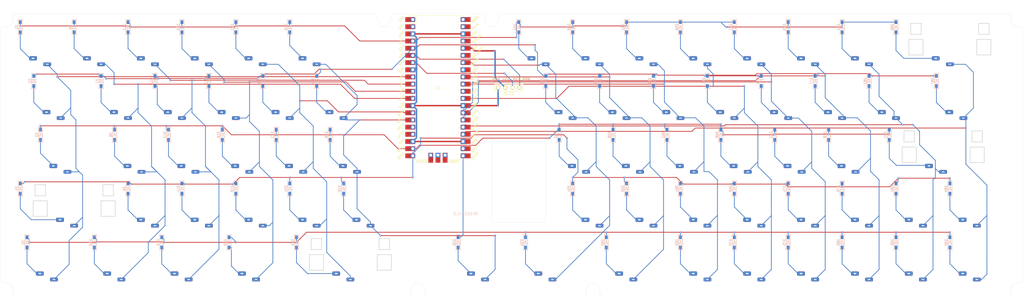
<source format=kicad_pcb>
(kicad_pcb (version 20240108) (generator "pcbnew") (generator_version "8.0")
  (layers (0 "F.Cu" signal) (31 "B.Cu" signal) (34 "B.Paste" user) (35 "F.Paste" user) (36 "B.SilkS" user "B.Silkscreen") (37 "F.SilkS" user "F.Silkscreen") (38 "B.Mask" user) (39 "F.Mask" user) (44 "Edge.Cuts" user))
  (net 0 "")
  (net 1 "row0")
  (net 2 "Net-(D1-A)")
  (net 3 "Net-(D2-A)")
  (net 4 "row1")
  (net 5 "row2")
  (net 6 "Net-(D3-A)")
  (net 7 "row3")
  (net 8 "Net-(D4-A)")
  (net 9 "row4")
  (net 10 "Net-(D5-A)")
  (net 11 "Net-(D6-A)")
  (net 12 "Net-(D7-A)")
  (net 13 "Net-(D8-A)")
  (net 14 "Net-(D9-A)")
  (net 15 "Net-(D10-A)")
  (net 16 "Net-(D11-A)")
  (net 17 "Net-(D12-A)")
  (net 18 "Net-(D13-A)")
  (net 19 "Net-(D14-A)")
  (net 20 "Net-(D15-A)")
  (net 21 "Net-(D16-A)")
  (net 22 "Net-(D17-A)")
  (net 23 "Net-(D18-A)")
  (net 24 "Net-(D19-A)")
  (net 25 "Net-(D20-A)")
  (net 26 "Net-(D21-A)")
  (net 27 "Net-(D22-A)")
  (net 28 "Net-(D23-A)")
  (net 29 "Net-(D24-A)")
  (net 30 "Net-(D25-A)")
  (net 31 "Net-(D26-A)")
  (net 32 "Net-(D27-A)")
  (net 33 "Net-(D28-A)")
  (net 34 "Net-(D29-A)")
  (net 35 "Net-(D30-A)")
  (net 36 "Net-(D51-A)")
  (net 37 "Net-(D52-A)")
  (net 38 "Net-(D53-A)")
  (net 39 "Net-(D54-A)")
  (net 40 "Net-(D55-A)")
  (net 41 "Net-(D56-A)")
  (net 42 "Net-(D57-A)")
  (net 43 "Net-(D58-A)")
  (net 44 "Net-(D59-A)")
  (net 45 "Net-(D60-A)")
  (net 46 "Net-(D61-A)")
  (net 47 "Net-(D62-A)")
  (net 48 "Net-(D63-A)")
  (net 49 "Net-(D64-A)")
  (net 50 "Net-(D65-A)")
  (net 51 "Net-(D66-A)")
  (net 52 "Net-(D67-A)")
  (net 53 "Net-(D68-A)")
  (net 54 "Net-(D69-A)")
  (net 55 "Net-(D70-A)")
  (net 56 "Net-(D71-A)")
  (net 57 "Net-(D72-A)")
  (net 58 "Net-(D73-A)")
  (net 59 "Net-(D74-A)")
  (net 60 "Net-(D75-A)")
  (net 61 "Net-(D76-A)")
  (net 62 "Net-(D77-A)")
  (net 63 "Net-(D78-A)")
  (net 64 "Net-(D79-A)")
  (net 65 "Net-(D80-A)")
  (net 66 "Net-(D81-A)")
  (net 67 "Net-(D82-A)")
  (net 68 "Net-(D83-A)")
  (net 69 "Net-(D84-A)")
  (net 70 "Net-(D85-A)")
  (net 71 "Net-(D86-A)")
  (net 72 "Net-(D87-A)")
  (net 73 "Net-(D89-A)")
  (net 74 "Net-(D90-A)")
  (net 75 "SDA")
  (net 76 "SCL")
  (net 77 "VCC")
  (net 78 "GND")
  (net 79 "col0")
  (net 80 "col1")
  (net 81 "col2")
  (net 82 "col3")
  (net 83 "col4")
  (net 84 "col5")
  (net 85 "col6")
  (net 86 "col7")
  (net 87 "col8")
  (net 88 "col9")
  (net 89 "col10")
  (net 90 "col11")
  (net 91 "col12")
  (net 92 "col13")
  (footprint "kbd_Parts:Diode_SMD" (layer "F.Cu") (at 209.55 116.6812 -90)
    (property "Reference" "D52")
    (property "Value" "D" (hide yes))
  )
  (footprint "kbd_Parts:Diode_SMD" (layer "F.Cu") (at 290.5125 135.7312 -90)
    (property "Reference" "D73")
    (property "Value" "D" (hide yes))
  )
  (footprint "Rikkodo_FootPrint:rkd_Choc_v2_1u" (layer "F.Cu") (at 280.9875 142.875)
    (property "Reference" "SW68" (hide yes))
    (property "Value" "SW_Push" (hide yes))
  )
  (footprint "Rikkodo_FootPrint:rkd_Choc_v2_1u" (layer "F.Cu") (at 66.675 142.875)
    (property "Reference" "SW8" (hide yes))
    (property "Value" "SW_Push" (hide yes))
  )
  (footprint "kbd_Parts:Diode_SMD" (layer "F.Cu") (at 271.4625 135.7312 -90)
    (property "Reference" "D68")
    (property "Value" "D" (hide yes))
  )
  (footprint "Rikkodo_FootPrint:rkd_Choc_v2_1u" (layer "F.Cu") (at 33.3375 104.775)
    (property "Reference" "SW1" (hide yes))
    (property "Value" "SW_Push" (hide yes))
  )
  (footprint "kbd_Parts:Diode_SMD" (layer "F.Cu") (at 23.8125 97.6312 -90)
    (property "Reference" "D1")
    (property "Value" "D" (hide yes))
  )
  (footprint "kbd_Parts:Diode_SMD" (layer "F.Cu") (at 323.85 116.6812 -90)
    (property "Reference" "D82")
    (property "Value" "D" (hide yes))
  )
  (footprint "Rikkodo_FootPrint:rkd_Choc_v2_1u" (layer "F.Cu") (at 266.7 104.775)
    (property "Reference" "SW66" (hide yes))
    (property "Value" "SW_Push" (hide yes))
  )
  (footprint "kbd_Parts:Diode_SMD" (layer "F.Cu") (at 71.4375 116.6812 -90)
    (property "Reference" "D12")
    (property "Value" "D" (hide yes))
  )
  (footprint "kbd_Parts:Diode_SMD" (layer "F.Cu") (at 352.425 154.7812 -90)
    (property "Reference" "D89")
    (property "Value" "D" (hide yes))
  )
  (footprint "kbd_Parts:Diode_SMD" (layer "F.Cu") (at 295.275 173.8312 -90)
    (property "Reference" "D75")
    (property "Value" "D" (hide yes))
  )
  (footprint "Rikkodo_FootPrint:rkd_Choc_v2_1u" (layer "F.Cu") (at 342.9 180.975)
    (property "Reference" "SW85" (hide yes))
    (property "Value" "SW_Push" (hide yes))
  )
  (footprint "Rikkodo_FootPrint:rkd_Choc_v2_1u" (layer "F.Cu") (at 300.0375 142.875)
    (property "Reference" "SW73" (hide yes))
    (property "Value" "SW_Push" (hide yes))
  )
  (footprint "kbd_Parts:Diode_SMD" (layer "F.Cu") (at 333.375 97.6312 -90)
    (property "Reference" "D86")
    (property "Value" "D" (hide yes))
  )
  (footprint "kbd_Parts:Diode_SMD" (layer "F.Cu") (at 23.8125 154.7812 -90)
    (property "Reference" "D4")
    (property "Value" "D" (hide yes))
  )
  (footprint "Rikkodo_FootPrint:rkd_Choc_v2_1u" (layer "F.Cu") (at 219.075 123.825)
    (property "Reference" "SW52" (hide yes))
    (property "Value" "SW_Push" (hide yes))
  )
  (footprint "Rikkodo_FootPrint:rkd_Choc_v2_1u" (layer "F.Cu") (at 247.65 104.775)
    (property "Reference" "SW61" (hide yes))
    (property "Value" "SW_Push" (hide yes))
  )
  (footprint "kbd_Parts:Diode_SMD" (layer "F.Cu") (at 309.5625 135.7312 -90)
    (property "Reference" "D78")
    (property "Value" "D" (hide yes))
  )
  (footprint "Rikkodo_FootPrint:rkd_Choc_v2_1u" (layer "F.Cu") (at 285.75 161.925)
    (property "Reference" "SW69" (hide yes))
    (property "Value" "SW_Push" (hide yes))
  )
  (footprint "kbd_Parts:Diode_SMD" (layer "F.Cu") (at 214.3125 135.7312 -90)
    (property "Reference" "D53")
    (property "Value" "D" (hide yes))
  )
  (footprint "Rikkodo_FootPrint:rkd_Choc_v2_1u" (layer "F.Cu") (at 319.0875 142.875)
    (property "Reference" "SW78" (hide yes))
    (property "Value" "SW_Push" (hide yes))
  )
  (footprint "Rikkodo_FootPrint:rkd_Choc_v2_1u" (layer "F.Cu") (at 314.325 123.825)
    (property "Reference" "SW77" (hide yes))
    (property "Value" "SW_Push" (hide yes))
  )
  (footprint "kbd_Parts:Diode_SMD" (layer "F.Cu") (at 285.75 116.6812 -90)
    (property "Reference" "D72")
    (property "Value" "D" (hide yes))
  )
  (footprint "Rikkodo_FootPrint:rkd_Choc_v2_1u" (layer "F.Cu") (at 100.0125 123.825)
    (property "Reference" "SW17" (hide yes))
    (property "Value" "SW_Push" (hide yes))
  )
  (footprint "kbd_Parts:Diode_SMD" (layer "F.Cu") (at 233.3625 135.7312 -90)
    (property "Reference" "D58")
    (property "Value" "D" (hide yes))
  )
  (footprint "Rikkodo_FootPrint:rkd_Choc_v2_1u" (layer "F.Cu") (at 71.4375 161.925)
    (property "Reference" "SW9" (hide yes))
    (property "Value" "SW_Push" (hide yes))
  )
  (footprint "kbd_Parts:Diode_SMD" (layer "F.Cu") (at 95.25 135.7312 -90)
    (property "Reference" "D18")
    (property "Value" "D" (hide yes))
  )
  (footprint "Rikkodo_FootPrint:rkd_Choc_v2_1u" (layer "F.Cu") (at 240.5063 180.975)
    (property "Reference" "SW60" (hide yes))
    (property "Value" "SW_Push" (hide yes))
  )
  (footprint "kbd_Parts:Diode_SMD" (layer "F.Cu") (at 109.5375 116.6812 -90)
    (property "Reference" "D22")
    (property "Value" "D" (hide yes))
  )
  (footprint "Rikkodo_FootPrint:rkd_Choc_v2_1u" (layer "F.Cu") (at 242.8875 142.875)
    (property "Reference" "SW58" (hide yes))
    (property "Value" "SW_Push" (hide yes))
  )
  (footprint "kbd_Parts:Diode_SMD" (layer "F.Cu") (at 257.175 154.7812 -90)
    (property "Reference" "D64")
    (property "Value" "D" (hide yes))
  )
  (footprint "kbd_Parts:Diode_SMD" (layer "F.Cu") (at 114.3 135.7312 -90)
    (property "Reference" "D23")
    (property "Value" "D" (hide yes))
  )
  (footprint "kbd_Parts:Diode_SMD" (layer "F.Cu") (at 352.425 173.8312 -90)
    (property "Reference" "D90")
    (property "Value" "D" (hide yes))
  )
  (footprint "kbd_Parts:Diode_SMD" (layer "F.Cu") (at 97.6313 173.8312 -90)
    (property "Reference" "D20")
    (property "Value" "D" (hide yes))
  )
  (footprint "kbd_Parts:Diode_SMD" (layer "F.Cu") (at 80.9625 154.7812 -90)
    (property "Reference" "D14")
    (property "Value" "D" (hide yes))
  )
  (footprint "Rikkodo_FootPrint:rkd_Choc_v2_1u" (layer "F.Cu") (at 261.9375 142.875)
    (property "Reference" "SW63" (hide yes))
    (property "Value" "SW_Push" (hide yes))
  )
  (footprint "Rikkodo_FootPrint:rkd_Choc_v2_1u" (layer "F.Cu") (at 266.7 180.975)
    (property "Reference" "SW65" (hide yes))
    (property "Value" "SW_Push" (hide yes))
  )
  (footprint "kbd_Parts:Diode_SMD" (layer "F.Cu") (at 295.275 97.5812 -90)
    (property "Reference" "D76")
    (property "Value" "D" (hide yes))
  )
  (footprint "kbd_Parts:Diode_SMD" (layer "F.Cu") (at 219.075 97.6312 -90)
    (property "Reference" "D56")
    (property "Value" "D" (hide yes))
  )
  (footprint "Rikkodo_FootPrint:rkd_Choc_v2_1u" (layer "F.Cu") (at 52.3875 104.775)
    (property "Reference" "SW6" (hide yes))
    (property "Value" "SW_Push" (hide yes))
  )
  (footprint "Rikkodo_FootPrint:rkd_Choc_v2_1u" (layer "F.Cu") (at 357.1875 123.825)
    (property "Reference" "SW87" (hide yes))
    (property "Value" "SW_Push" (hide yes))
  )
  (footprint "Rikkodo_FootPrint:rkd_Choc_v2_1u" (layer "F.Cu") (at 123.825 142.875)
    (property "Reference" "SW23" (hide yes))
    (property "Value" "SW_Push" (hide yes))
  )
  (footprint "kbd_Parts:Diode_SMD" (layer "F.Cu") (at 178.5938 173.8312 -90)
    (property "Reference" "D30")
    (property "Value" "D" (hide yes))
  )
  (footprint "Rikkodo_FootPrint:rkd_Choc_v2_1u" (layer "F.Cu") (at 61.9125 123.825)
    (property "Reference" "SW7" (hide yes))
    (property "Value" "SW_Push" (hide yes))
  )
  (footprint "Rikkodo_FootPrint:rkd_Choc_v2_1u" (layer "F.Cu") (at 40.4813 142.875)
    (property "Reference" "SW3" (hide yes))
    (property "Value" "SW_Push" (hide yes))
  )
  (footprint "kbd_Parts:Diode_SMD" (layer "F.Cu") (at 238.125 97.6312 -90)
    (property "Reference" "D61")
    (property "Value" "D" (hide yes))
  )
  (footprint "Rikkodo_FootPrint:rkd_Choc_v2_1u" (layer "F.Cu") (at 257.175 123.825)
    (property "Reference" "SW62" (hide yes))
    (property "Value" "SW_Push" (hide yes))
  )
  (footprint "kbd_Parts:Diode_SMD" (layer "F.Cu") (at 202.4063 173.8312 -90)
    (property "Reference" "D55")
    (property "Value" "D" (hide yes))
  )
  (footprint "Rikkodo_FootPrint:rkd_Choc_v2_1u" (layer "F.Cu") (at 342.9 161.925)
    (property "Reference" "SW84" (hide yes))
    (property "Value" "SW_Push" (hide yes))
  )
  (footprint "kbd_Parts:Diode_SMD" (layer "F.Cu") (at 266.7 116.6812 -90)
    (property "Reference" "D67")
    (property "Value" "D" (hide yes))
  )
  (footprint "Rikkodo_FootPrint:rkd_Choc_v2_1u" (layer "F.Cu") (at 119.0625 123.825)
    (property "Reference" "SW22" (hide yes))
    (property "Value" "SW_Push" (hide yes))
  )
  (footprint "kbd_Parts:Diode_SMD" (layer "F.Cu") (at 52.3875 116.6812 -90)
    (property "Reference" "D7")
    (property "Value" "D" (hide yes))
  )
  (footprint "kbd_Parts:Diode_SMD" (layer "F.Cu") (at 238.125 154.7812 -90)
    (property "Reference" "D59")
    (property "Value" "D" (hide yes))
  )
  (footprint "kbd_Parts:Diode_SMD" (layer "F.Cu") (at 119.0625 154.7812 -90)
    (property "Reference" "D24")
    (property "Value" "D" (hide yes))
  )
  (footprint "Rikkodo_FootPrint:rkd_Choc_v2_1u" (layer "F.Cu") (at 142.875 142.875)
    (property "Reference" "SW28" (hide yes))
    (property "Value" "SW_Push" (hide yes))
  )
  (footprint "kbd_Parts:Diode_SMD" (layer "F.Cu") (at 230.9813 173.8312 -90)
    (property "Reference" "D60")
    (property "Value" "D" (hide yes))
  )
  (footprint "kbd_Parts:Diode_SMD" (layer "F.Cu") (at 61.9125 154.7812 -90)
    (property "Reference" "D9")
    (property "Value" "D" (hide yes))
  )
  (footprint "kbd_Parts:Diode_SMD" (layer "F.Cu") (at 138.1125 154.7812 -90)
    (property "Reference" "D29")
    (property "Value" "D" (hide yes))
  )
  (footprint "kbd_Parts:Diode_SMD" (layer "F.Cu") (at 314.325 154.7812 -90)
    (property "Reference" "D79")
    (property "Value" "D" (hide yes))
  )
  (footprint "kbd_Parts:Diode_SMD" (layer "F.Cu") (at 247.65 116.6812 -90)
    (property "Reference" "D62")
    (property "Value" "D" (hide yes))
  )
  (footprint "Rikkodo_FootPrint:rkd_Choc_v2_1u" (layer "F.Cu") (at 333.375 123.825)
    (property "Reference" "SW82" (hide yes))
    (property "Value" "SW_Push" (hide yes))
  )
  (footprint "Rikkodo_FootPrint:rkd_Choc_v2_1u" (layer "F.Cu") (at 83.3438 180.975)
    (property "Reference" "SW15" (hide yes))
    (property "Value" "SW_Push" (hide yes))
  )
  (footprint "Rikkodo_FootPrint:rkd_Choc_v2_1u" (layer "F.Cu") (at 35.7188 180.975)
    (property "Reference" "SW5" (hide yes))
    (property "Value" "SW_Push" (hide yes))
  )
  (footprint "Rikkodo_FootPrint:rkd_Choc_v2_1u" (layer "F.Cu") (at 109.5375 161.925)
    (property "Reference" "SW19" (hide yes))
    (property "Value" "SW_Push" (hide yes))
  )
  (footprint "Rikkodo_FootPrint:rkd_Choc_v2_1u" (layer "F.Cu") (at 223.8375 142.875)
    (property "Reference" "SW53" (hide yes))
    (property "Value" "SW_Push" (hide yes))
  )
  (footprint "kbd_Parts:Diode_SMD" (layer "F.Cu") (at 119.0625 97.6312 -90)
    (property "Reference" "D26")
    (property "Value" "D" (hide yes))
  )
  (footprint "kbd_Parts:Diode_SMD" (layer "F.Cu") (at 128.5875 116.6812 -90)
    (property "Reference" "D27")
    (property "Value" "D" (hide yes))
  )
  (footprint "kbd_Parts:Diode_SMD" (layer "F.Cu") (at 133.35 135.7312 -90)
    (property "Reference" "D28")
    (property "Value" "D" (hide yes))
  )
  (footprint "Rikkodo_FootPrint:rkd_Choc_v2_1u" (layer "F.Cu") (at 247.65 161.925)
    (property "Reference" "SW59" (hide yes))
    (property "Value" "SW_Push" (hide yes))
  )
  (footprint "Rikkodo_FootPrint:rkd_Choc_v2_1u" (layer "F.Cu") (at 147.6375 161.925)
    (property "Reference" "SW29" (hide yes))
    (property "Value" "SW_Push" (hide yes))
  )
  (footprint "Rikkodo_FootPrint:rkd_Choc_v2_1u" (layer "F.Cu") (at 104.775 142.875)
    (property "Reference" "SW18" (hide yes))
    (property "Value" "SW_Push" (hide yes))
  )
  (footprint "Rikkodo_FootPrint:rkd_Choc_v2_1u" (layer "F.Cu") (at 38.1 123.825)
    (property "Reference" "SW2" (hide yes))
    (property "Value" "SW_Push" (hide yes))
  )
  (footprint "kbd_Parts:Diode_SMD" (layer "F.Cu") (at 200.025 97.6312 -90)
    (property "Reference" "D51")
    (property "Value" "D" (hide yes))
  )
  (footprint "Rikkodo_FootPrint:rkd_Choc_v2_1u" (layer "F.Cu") (at 285.75 104.775)
    (property "Reference" "SW71" (hide yes))
    (property "Value" "SW_Push" (hide yes))
  )
  (footprint "kbd_Parts:Diode_SMD" (layer "F.Cu") (at 42.8625 97.6312 -90)
    (property "Reference" "D6")
    (property "Value" "D" (hide yes))
  )
  (footprint "kbd_Parts:Diode_SMD" (layer "F.Cu") (at 26.1938 173.8312 -90)
    (property "Reference" "D5")
    (property "Value" "D" (hide yes))
  )
  (footprint "kbd_Parts:Diode_SMD" (layer "F.Cu") (at 219.075 154.7812 -90)
    (property "Reference" "D54")
    (property "Value" "D" (hide yes))
  )
  (footprint "Rikkodo_FootPrint:rkd_Choc_v2_1u" (layer "F.Cu") (at 128.5875 104.775)
    (property "Reference" "SW26" (hide yes))
    (property "Value" "SW_Push" (hide yes))
  )
  (footprint "Rikkodo_FootPrint:rkd_Choc_v2_1u" (layer "F.Cu") (at 128.5875 161.925)
    (property "Reference" "SW24" (hide yes))
    (property "Value" "SW_Push" (hide yes))
  )
  (footprint "Rikkodo_FootPrint:rkd_Point_Hall" (layer "F.Cu") (at 200.025 152.4)
    (property "Reference" "M2" (hide yes))
    (property "Value" "Mark" (hide yes))
    (fp_line (start -9.525 14.2875) (end -9.525 -14.2875) (stroke (width 0.05)) (layer "Edge.Cuts"))
    (fp_line (start 9.525 -14.2875) (end -9.525 -14.2875) (stroke (width 0.05)) (layer "Edge.Cuts"))
    (fp_line (start 9.525 -14.2875) (end 9.525 14.2875) (stroke (width 0.05)) (layer "Edge.Cuts"))
    (fp_line (start 9.525 14.2875) (end -9.525 14.2875) (stroke (width 0.05)) (layer "Edge.Cuts"))
  )
  (footprint "Rikkodo_FootPrint:rkd_Choc_v2_1u" (layer "F.Cu") (at 323.85 104.775)
    (property "Reference" "SW81" (hide yes))
    (property "Value" "SW_Push" (hide yes))
  )
  (footprint "Rikkodo_FootPrint:rkd_Choc_v2_2u" (layer "F.Cu") (at 140.4938 180.975)
    (property "Reference" "SW25" (hide yes))
    (property "Value" "SW_Push" (hide yes))
    (fp_line (start -14.5 -2.8) (end -9.5 -2.8) (stroke (width 0.2)) (layer "Edge.Cuts"))
    (fp_line (start -14.5 2.7) (end -14.5 -2.8) (stroke (width 0.2)) (layer "Edge.Cuts"))
    (fp_line (start -13.85 -8.5) (end -10.15 -8.5) (stroke (width 0.2)) (layer "Edge.Cuts"))
    (fp_line (start -13.85 -4.6) (end -13.85 -8.5) (stroke (width 0.2)) (layer "Edge.Cuts"))
    (fp_line (start -10.15 -8.5) (end -10.15 -4.6) (stroke (width 0.2)) (layer "Edge.Cuts"))
    (fp_line (start -10.15 -4.6) (end -13.85 -4.6) (stroke (width 0.2)) (layer "Edge.Cuts"))
    (fp_line (start -9.5 -2.8) (end -9.5 2.7) (stroke (width 0.2)) (layer "Edge.Cuts"))
    (fp_line (start -9.5 2.7) (end -14.5 2.7) (stroke (width 0.2)) (layer "Edge.Cuts"))
    (fp_line (start 9.5 -2.8) (end 9.5 2.7) (stroke (width 0.2)) (layer "Edge.Cuts"))
    (fp_line (start 9.5 2.7) (end 14.5 2.7) (stroke (width 0.2)) (layer "Edge.Cuts"))
    (fp_line (start 10.15 -8.5) (end 10.15 -4.6) (stroke (width 0.2)) (layer "Edge.Cuts"))
    (fp_line (start 10.15 -4.6) (end 13.85 -4.6) (stroke (width 0.2)) (layer "Edge.Cuts"))
    (fp_line (start 13.85 -8.5) (end 10.15 -8.5) (stroke (width 0.2)) (layer "Edge.Cuts"))
    (fp_line (start 13.85 -8.5) (end 13.85 -4.6) (stroke (width 0.2)) (layer "Edge.Cuts"))
    (fp_line (start 14.5 -2.8) (end 9.5 -2.8) (stroke (width 0.2)) (layer "Edge.Cuts"))
    (fp_line (start 14.5 2.7) (end 14.5 -2.8) (stroke (width 0.2)) (layer "Edge.Cuts"))
  )
  (footprint "Rikkodo_FootPrint:rkd_Choc_v2_1u" (layer "F.Cu") (at 90.4875 104.775)
    (property "Reference" "SW16" (hide yes))
    (property "Value" "SW_Push" (hide yes))
  )
  (footprint "Rikkodo_FootPrint:rkd_Choc_v2_1u" (layer "F.Cu") (at 107.1563 180.975)
    (property "Reference" "SW20" (hide yes))
    (property "Value" "SW_Push" (hide yes))
  )
  (footprint "kbd_Parts:Diode_SMD" (layer "F.Cu") (at 333.375 154.7812 -90)
    (property "Reference" "D84")
    (property "Value" "D" (hide yes))
  )
  (footprint "Rikkodo_FootPrint:rkd_Choc_v2_1u" (layer "F.Cu") (at 304.8 161.925)
    (property "Reference" "SW74" (hide yes))
    (property "Value" "SW_Push" (hide yes))
  )
  (footprint "Rikkodo_FootPrint:rkd_Choc_v2_1u" (layer "F.Cu") (at 90.4875 161.925)
    (property "Reference" "SW14" (hide yes))
    (property "Value" "SW_Push" (hide yes))
  )
  (footprint "Rikkodo_FootPrint:rkd_Choc_v2_1u" (layer "F.Cu") (at 188.1188 180.975)
    (property "Reference" "SW30" (hide yes))
    (property "Value" "SW_Push" (hide yes))
  )
  (footprint "kbd_Parts:Diode_SMD" (layer "F.Cu") (at 61.9125 97.6312 -90)
    (property "Reference" "D11")
    (property "Value" "D" (hide yes))
  )
  (footprint "kbd_Parts:Diode_SMD" (layer "F.Cu") (at 80.9625 97.6312 -90)
    (property "Reference" "D16")
    (property "Value" "D" (hide yes))
  )
  (footprint "kbd_Parts:Diode_SMD" (layer "F.Cu") (at 276.225 173.8312 -90)
    (property "Reference" "D70")
    (property "Value" "D" (hide yes))
  )
  (footprint "kbd_Parts:Diode_SMD" (layer "F.Cu") (at 50.0063 173.8312 -90)
    (property "Reference" "D10")
    (property "Value" "D" (hide yes))
  )
  (footprint "kbd_Parts:Diode_SMD" (layer "F.Cu") (at 276.225 97.6312 -90)
    (property "Reference" "D71")
    (property "Value" "D" (hide yes))
  )
  (footprint "Rikkodo_FootPrint:rkd_Choc_v2_1u" (layer "F.Cu") (at 238.125 123.825)
    (property "Reference" "SW57" (hide yes))
    (property "Value" "SW_Push" (hide yes))
  )
  (footprint "kbd_Parts:Diode_SMD" (layer "F.Cu") (at 76.2 135.7312 -90)
    (property "Reference" "D13")
    (property "Value" "D" (hide yes))
  )
  (footprint "Rikkodo_FootPrint:rkd_Choc_v2_2u" (layer "F.Cu") (at 42.8625 161.925)
    (property "Reference" "SW4" (hide yes))
    (property "Value" "SW_Push" (hide yes))
    (fp_line (start -14.5 -2.8) (end -9.5 -2.8) (stroke (width 0.2)) (layer "Edge.Cuts"))
    (fp_line (start -14.5 2.7) (end -14.5 -2.8) (stroke (width 0.2)) (layer "Edge.Cuts"))
    (fp_line (start -13.85 -8.5) (end -10.15 -8.5) (stroke (width 0.2)) (layer "Edge.Cuts"))
    (fp_line (start -13.85 -4.6) (end -13.85 -8.5) (stroke (width 0.2)) (layer "Edge.Cuts"))
    (fp_line (start -10.15 -8.5) (end -10.15 -4.6) (stroke (width 0.2)) (layer "Edge.Cuts"))
    (fp_line (start -10.15 -4.6) (end -13.85 -4.6) (stroke (width 0.2)) (layer "Edge.Cuts"))
    (fp_line (start -9.5 -2.8) (end -9.5 2.7) (stroke (width 0.2)) (layer "Edge.Cuts"))
    (fp_line (start -9.5 2.7) (end -14.5 2.7) (stroke (width 0.2)) (layer "Edge.Cuts"))
    (fp_line (start 9.5 -2.8) (end 9.5 2.7) (stroke (width 0.2)) (layer "Edge.Cuts"))
    (fp_line (start 9.5 2.7) (end 14.5 2.7) (stroke (width 0.2)) (layer "Edge.Cuts"))
    (fp_line (start 10.15 -8.5) (end 10.15 -4.6) (stroke (width 0.2)) (layer "Edge.Cuts"))
    (fp_line (start 10.15 -4.6) (end 13.85 -4.6) (stroke (width 0.2)) (layer "Edge.Cuts"))
    (fp_line (start 13.85 -8.5) (end 10.15 -8.5) (stroke (width 0.2)) (layer "Edge.Cuts"))
    (fp_line (start 13.85 -8.5) (end 13.85 -4.6) (stroke (width 0.2)) (layer "Edge.Cuts"))
    (fp_line (start 14.5 -2.8) (end 9.5 -2.8) (stroke (width 0.2)) (layer "Edge.Cuts"))
    (fp_line (start 14.5 2.7) (end 14.5 -2.8) (stroke (width 0.2)) (layer "Edge.Cuts"))
  )
  (footprint "Rikkodo_FootPrint:rkd_Choc_v2_1u" (layer "F.Cu") (at 228.6 161.925)
    (property "Reference" "SW54" (hide yes))
    (property "Value" "SW_Push" (hide yes))
  )
  (footprint "kbd_Parts:Diode_SMD" (layer "F.Cu") (at 257.175 173.8312 -90)
    (property "Reference" "D65")
    (property "Value" "D" (hide yes))
  )
  (footprint "kbd_Parts:Diode_SMD" (layer "F.Cu") (at 257.175 97.6312 -90)
    (property "Reference" "D66")
    (property "Value" "D" (hide yes))
  )
  (footprint "Rikkodo_FootPrint:rkd_Choc_v2_1u" (layer "F.Cu") (at 138.1125 123.825)
    (property "Reference" "SW27" (hide yes))
    (property "Value" "SW_Push" (hide yes))
  )
  (footprint "kbd_Parts:Diode_SMD" (layer "F.Cu") (at 73.8188 173.8312 -90)
    (property "Reference" "D15")
    (property "Value" "D" (hide yes))
  )
  (footprint "kbd_Parts:Diode_SMD" (layer "F.Cu") (at 295.275 154.7812 -90)
    (property "Reference" "D74")
    (property "Value" "D" (hide yes))
  )
  (footprint "Rikkodo_FootPrint:rkd_Choc_v2_1u" (layer "F.Cu") (at 59.5313 180.975)
    (property "Reference" "SW10" (hide yes))
    (property "Value" "SW_Push" (hide yes))
  )
  (footprint "kbd_Parts:Diode_SMD" (layer "F.Cu") (at 314.325 173.8312 -90)
    (property "Reference" "D80")
    (property "Value" "D" (hide yes))
  )
  (footprint "kbd_Parts:Diode_SMD" (layer "F.Cu") (at 100.0125 97.6312 -90)
    (property "Reference" "D21")
    (property "Value" "D" (hide yes))
  )
  (footprint "Rikkodo_FootPrint:rkd_Guard_Screw_Hall" (layer "F.Cu") (at 171.45 125.0156 -90)
    (property "Reference" "M1" (hide yes))
    (property "Value" "Mark" (hide yes))
  )
  (footprint "kbd_Parts:Diode_SMD" (layer "F.Cu") (at 28.575 116.6812 -90)
    (property "Reference" "D2")
    (property "Value" "D" (hide yes))
  )
  (footprint "kbd_Parts:Diode_SMD" (layer "F.Cu") (at 30.9563 135.7312 -90)
    (property "Reference" "D3")
    (property "Value" "D" (hide yes))
  )
  (footprint "Rikkodo_FootPrint:rkd_Choc_v2_1u" (layer "F.Cu") (at 209.55 104.775)
    (property "Reference" "SW51" (hide yes))
    (property "Value" "SW_Push" (hide yes))
  )
  (footprint "Rikkodo_FootPrint:rkd_Choc_v2_1u" (layer "F.Cu") (at 361.95 161.925)
    (property "Reference" "SW89" (hide yes))
    (property "Value" "SW_Push" (hide yes))
  )
  (footprint "Rikkodo_FootPrint:rkd_Choc_v2_1u" (layer "F.Cu") (at 266.7 161.925)
    (property "Reference" "SW64" (hide yes))
    (property "Value" "SW_Push" (hide yes))
  )
  (footprint "kbd_Parts:Diode_SMD" (layer "F.Cu") (at 100.0125 154.7812 -90)
    (property "Reference" "D19")
    (property "Value" "D" (hide yes))
  )
  (footprint "kbd_Parts:Diode_SMD" (layer "F.Cu") (at 228.6 116.6812 -90)
    (property "Reference" "D57")
    (property "Value" "D" (hide yes))
  )
  (footprint "Rikkodo_FootPrint:rkd_Choc_v2_1u" (layer "F.Cu") (at 85.725 142.875)
    (property "Reference" "SW13" (hide yes))
    (property "Value" "SW_Push" (hide yes))
  )
  (footprint "kbd_Parts:Diode_SMD" (layer "F.Cu") (at 330.9938 135.7312 -90)
    (property "Reference" "D83")
    (property "Value" "D" (hide yes))
  )
  (footprint "Rikkodo_FootPrint:rkd_Choc_v2_1u" (layer "F.Cu") (at 295.275 123.825)
    (property "Reference" "SW72" (hide yes))
    (property "Value" "SW_Push" (hide yes))
  )
  (footprint "Rikkodo_FootPrint:rkd_Choc_v2_1u" (layer "F.Cu") (at 323.85 180.975)
    (property "Reference" "SW80" (hide yes))
    (property "Value" "SW_Push" (hide yes))
  )
  (footprint "Rikkodo_FootPrint:rkd_Choc_v2_1u" (layer "F.Cu") (at 71.4375 104.775)
    (property "Reference" "SW11" (hide yes))
    (property "Value" "SW_Push" (hide yes))
  )
  (footprint "RPi_Pico:RPi_Pico_SMD_TH" (layer "F.Cu") (at 171.45 119.0625)
    (property "Reference" "U1")
    (property "Value" "Pico")
  )
  (footprint "Rikkodo_FootPrint:rkd_Choc_v2_1u" (layer "F.Cu") (at 361.95 180.975)
    (property "Reference" "SW90" (hide yes))
    (property "Value" "SW_Push" (hide yes))
  )
  (footprint "Rikkodo_FootPrint:rkd_Choc_v2_1u" (layer "F.Cu") (at 285.75 180.975)
    (property "Reference" "SW70" (hide yes))
    (property "Value" "SW_Push" (hide yes))
  )
  (footprint "Rikkodo_FootPrint:rkd_Choc_v2_1u" (layer "F.Cu") (at 228.6 104.775)
    (property "Reference" "SW56" (hide yes))
    (property "Value" "SW_Push" (hide yes))
  )
  (footprint "Rikkodo_FootPrint:rkd_Choc_v2_1u" (layer "F.Cu") (at 323.85 161.925)
    (property "Reference" "SW79" (hide yes))
    (property "Value" "SW_Push" (hide yes))
  )
  (footprint "Rikkodo_FootPrint:rkd_Choc_v2_1u" (layer "F.Cu") (at 211.9313 180.975)
    (property "Reference" "SW55" (hide yes))
    (property "Value" "SW_Push" (hide yes))
  )
  (footprint "Rikkodo_FootPrint:rkd_Choc_v2_1u" (layer "F.Cu") (at 304.8 180.975)
    (property "Reference" "SW75" (hide yes))
    (property "Value" "SW_Push" (hide yes))
  )
  (footprint "Rikkodo_FootPrint:rkd_Choc_v2_2u" (layer "F.Cu") (at 350.0438 142.875)
    (property "Reference" "SW83" (hide yes))
    (property "Value" "SW_Push" (hide yes))
    (fp_line (start -14.5 -2.8) (end -9.5 -2.8) (stroke (width 0.2)) (layer "Edge.Cuts"))
    (fp_line (start -14.5 2.7) (end -14.5 -2.8) (stroke (width 0.2)) (layer "Edge.Cuts"))
    (fp_line (start -13.85 -8.5) (end -10.15 -8.5) (stroke (width 0.2)) (layer "Edge.Cuts"))
    (fp_line (start -13.85 -4.6) (end -13.85 -8.5) (stroke (width 0.2)) (layer "Edge.Cuts"))
    (fp_line (start -10.15 -8.5) (end -10.15 -4.6) (stroke (width 0.2)) (layer "Edge.Cuts"))
    (fp_line (start -10.15 -4.6) (end -13.85 -4.6) (stroke (width 0.2)) (layer "Edge.Cuts"))
    (fp_line (start -9.5 -2.8) (end -9.5 2.7) (stroke (width 0.2)) (layer "Edge.Cuts"))
    (fp_line (start -9.5 2.7) (end -14.5 2.7) (stroke (width 0.2)) (layer "Edge.Cuts"))
    (fp_line (start 9.5 -2.8) (end 9.5 2.7) (stroke (width 0.2)) (layer "Edge.Cuts"))
    (fp_line (start 9.5 2.7) (end 14.5 2.7) (stroke (width 0.2)) (layer "Edge.Cuts"))
    (fp_line (start 10.15 -8.5) (end 10.15 -4.6) (stroke (width 0.2)) (layer "Edge.Cuts"))
    (fp_line (start 10.15 -4.6) (end 13.85 -4.6) (stroke (width 0.2)) (layer "Edge.Cuts"))
    (fp_line (start 13.85 -8.5) (end 10.15 -8.5) (stroke (width 0.2)) (layer "Edge.Cuts"))
    (fp_line (start 13.85 -8.5) (end 13.85 -4.6) (stroke (width 0.2)) (layer "Edge.Cuts"))
    (fp_line (start 14.5 -2.8) (end 9.5 -2.8) (stroke (width 0.2)) (layer "Edge.Cuts"))
    (fp_line (start 14.5 2.7) (end 14.5 -2.8) (stroke (width 0.2)) (layer "Edge.Cuts"))
  )
  (footprint "kbd_Parts:Diode_SMD" (layer "F.Cu") (at 314.325 97.6312 -90)
    (property "Reference" "D81")
    (property "Value" "D" (hide yes))
  )
  (footprint "Rikkodo_FootPrint:rkd_Choc_v2_2u" (layer "F.Cu") (at 352.425 104.775)
    (property "Reference" "SW86" (hide yes))
    (property "Value" "SW_Push" (hide yes))
    (fp_line (start -14.5 -2.8) (end -9.5 -2.8) (stroke (width 0.2)) (layer "Edge.Cuts"))
    (fp_line (start -14.5 2.7) (end -14.5 -2.8) (stroke (width 0.2)) (layer "Edge.Cuts"))
    (fp_line (start -13.85 -8.5) (end -10.15 -8.5) (stroke (width 0.2)) (layer "Edge.Cuts"))
    (fp_line (start -13.85 -4.6) (end -13.85 -8.5) (stroke (width 0.2)) (layer "Edge.Cuts"))
    (fp_line (start -10.15 -8.5) (end -10.15 -4.6) (stroke (width 0.2)) (layer "Edge.Cuts"))
    (fp_line (start -10.15 -4.6) (end -13.85 -4.6) (stroke (width 0.2)) (layer "Edge.Cuts"))
    (fp_line (start -9.5 -2.8) (end -9.5 2.7) (stroke (width 0.2)) (layer "Edge.Cuts"))
    (fp_line (start -9.5 2.7) (end -14.5 2.7) (stroke (width 0.2)) (layer "Edge.Cuts"))
    (fp_line (start 9.5 -2.8) (end 9.5 2.7) (stroke (width 0.2)) (layer "Edge.Cuts"))
    (fp_line (start 9.5 2.7) (end 14.5 2.7) (stroke (width 0.2)) (layer "Edge.Cuts"))
    (fp_line (start 10.15 -8.5) (end 10.15 -4.6) (stroke (width 0.2)) (layer "Edge.Cuts"))
    (fp_line (start 10.15 -4.6) (end 13.85 -4.6) (stroke (width 0.2)) (layer "Edge.Cuts"))
    (fp_line (start 13.85 -8.5) (end 10.15 -8.5) (stroke (width 0.2)) (layer "Edge.Cuts"))
    (fp_line (start 13.85 -8.5) (end 13.85 -4.6) (stroke (width 0.2)) (layer "Edge.Cuts"))
    (fp_line (start 14.5 -2.8) (end 9.5 -2.8) (stroke (width 0.2)) (layer "Edge.Cuts"))
    (fp_line (start 14.5 2.7) (end 14.5 -2.8) (stroke (width 0.2)) (layer "Edge.Cuts"))
  )
  (footprint "kbd_Parts:Diode_SMD" (layer "F.Cu") (at 333.375 173.8312 -90)
    (property "Reference" "D85")
    (property "Value" "D" (hide yes))
  )
  (footprint "Rikkodo_FootPrint:rkd_Choc_v2_1u" (layer "F.Cu") (at 80.9625 123.825)
    (property "Reference" "SW12" (hide yes))
    (property "Value" "SW_Push" (hide yes))
  )
  (footprint "Rikkodo_FootPrint:rkd_Choc_v2_1u" (layer "F.Cu") (at 109.5375 104.775)
    (property "Reference" "SW21" (hide yes))
    (property "Value" "SW_Push" (hide yes))
  )
  (footprint "kbd_Parts:OLED" (layer "F.Cu") (at 200.3425 119.0625 180)
    (property "Reference" "OL1")
    (property "Value" "OLED" (hide yes))
  )
  (footprint "kbd_Parts:Diode_SMD" (layer "F.Cu") (at 304.8 116.6812 -90)
    (property "Reference" "D77")
    (property "Value" "D" (hide yes))
  )
  (footprint "kbd_Parts:Diode_SMD" (layer "F.Cu") (at 252.4125 135.7312 -90)
    (property "Reference" "D63")
    (property "Value" "D" (hide yes))
  )
  (footprint "Rikkodo_FootPrint:rkd_Choc_v2_1u" (layer "F.Cu") (at 276.225 123.825)
    (property "Reference" "SW67" (hide yes))
    (property "Value" "SW_Push" (hide yes))
  )
  (footprint "kbd_Parts:Diode_SMD" (layer "F.Cu") (at 90.4875 116.6812 -90)
    (property "Reference" "D17")
    (property "Value" "D" (hide yes))
  )
  (footprint "kbd_Parts:Diode_SMD" (layer "F.Cu") (at 57.15 135.7312 -90)
    (property "Reference" "D8")
    (property "Value" "D" (hide yes))
  )
  (footprint "kbd_Parts:Diode_SMD" (layer "F.Cu") (at 347.6625 116.6812 -90)
    (property "Reference" "D87")
    (property "Value" "D" (hide yes))
  )
  (footprint "kbd_Parts:Diode_SMD" (layer "F.Cu") (at 276.225 154.7812 -90)
    (property "Reference" "D69")
    (property "Value" "D" (hide yes))
  )
  (footprint "Rikkodo_FootPrint:rkd_Choc_v2_1u" (layer "F.Cu") (at 304.8 104.775)
    (property "Reference" "SW76" (hide yes))
    (property "Value" "SW_Push" (hide yes))
  )
  (footprint "kbd_Parts:Diode_SMD" (layer "F.Cu") (at 121.4438 173.8312 -90)
    (property "Reference" "D25")
    (property "Value" "D" (hide yes))
  )
  (gr_line (start 19.05 188.1) (end 21.2 189.3) (stroke (width 0.05)) (layer "Edge.Cuts"))
  (gr_line (start 194.090625 92.86875) (end 372.896875 92.859375) (stroke (width 0.05)) (layer "Edge.Cuts"))
  (gr_line (start 163.10625 188.35) (end 165.50625 188.35) (stroke (width 0.05)) (layer "Edge.Cuts"))
  (gr_line (start 21.2 94.05) (end 21.2 96.45) (stroke (width 0.05)) (layer "Edge.Cuts"))
  (gr_arc (start 22.390625 192.890625) (mid 21.548701 192.541909) (end 21.2 191.7) (stroke (width 0.05)) (layer "Edge.Cuts"))
  (gr_line (start 376.2375 188.1) (end 374.0875 189.3) (stroke (width 0.05)) (layer "Edge.Cuts"))
  (gr_line (start 376.2375 97.65) (end 374.0875 96.45) (stroke (width 0.05)) (layer "Edge.Cuts"))
  (gr_arc (start 148.828125 92.86875) (mid 149.670049 93.217466) (end 150.01875 94.059375) (stroke (width 0.05)) (layer "Edge.Cuts"))
  (gr_line (start 378.61875 186.92815) (end 378.61875 98.82185) (stroke (width 0.05)) (layer "Edge.Cuts"))
  (gr_arc (start 161.925 191.690625) (mid 161.576274 192.532524) (end 160.734375 192.88125) (stroke (width 0.05)) (layer "Edge.Cuts"))
  (gr_line (start 377.428125 97.631225) (end 376.2375 97.65) (stroke (width 0.05)) (layer "Edge.Cuts"))
  (gr_line (start 16.66875 98.82187) (end 16.668775 186.92815) (stroke (width 0.05)) (layer "Edge.Cuts"))
  (gr_arc (start 17.8594 188.118775) (mid 17.017483 187.770067) (end 16.668775 186.92815) (stroke (width 0.05)) (layer "Edge.Cuts"))
  (gr_arc (start 154.78125 94.059375) (mid 155.129986 93.217501) (end 155.971875 92.86875) (stroke (width 0.05)) (layer "Edge.Cuts"))
  (gr_arc (start 372.896875 92.859375) (mid 373.738792 93.208083) (end 374.0875 94.05) (stroke (width 0.05)) (layer "Edge.Cuts"))
  (gr_arc (start 229.790625 192.88125) (mid 228.948726 192.532524) (end 228.6 191.690625) (stroke (width 0.05)) (layer "Edge.Cuts"))
  (gr_line (start 229.790625 192.88125) (end 372.896875 192.890625) (stroke (width 0.05)) (layer "Edge.Cuts"))
  (gr_line (start 192.9 94.059375) (end 192.91875 95.25) (stroke (width 0.05)) (layer "Edge.Cuts"))
  (gr_line (start 166.70625 190.5) (end 165.50625 188.35) (stroke (width 0.05)) (layer "Edge.Cuts"))
  (gr_line (start 374.0875 189.3) (end 374.0875 191.7) (stroke (width 0.05)) (layer "Edge.Cuts"))
  (gr_line (start 223.8375 191.690625) (end 223.81875 190.5) (stroke (width 0.05)) (layer "Edge.Cuts"))
  (gr_line (start 223.81875 190.5) (end 225.01875 188.35) (stroke (width 0.05)) (layer "Edge.Cuts"))
  (gr_arc (start 223.8375 191.690625) (mid 223.488774 192.532524) (end 222.646875 192.88125) (stroke (width 0.05)) (layer "Edge.Cuts"))
  (gr_line (start 374.0875 96.45) (end 374.0875 94.05) (stroke (width 0.05)) (layer "Edge.Cuts"))
  (gr_arc (start 378.61875 186.92815) (mid 378.270014 187.770024) (end 377.428125 188.118775) (stroke (width 0.05)) (layer "Edge.Cuts"))
  (gr_line (start 192.91875 95.25) (end 191.71875 97.4) (stroke (width 0.05)) (layer "Edge.Cuts"))
  (gr_arc (start 167.878125 192.88125) (mid 167.036226 192.532524) (end 166.6875 191.690625) (stroke (width 0.05)) (layer "Edge.Cuts"))
  (gr_line (start 154.8 95.25) (end 154.78125 94.059375) (stroke (width 0.05)) (layer "Edge.Cuts"))
  (gr_line (start 167.878125 192.88125) (end 222.646875 192.88125) (stroke (width 0.05)) (layer "Edge.Cuts"))
  (gr_line (start 186.946875 92.86875) (end 155.971875 92.86875) (stroke (width 0.05)) (layer "Edge.Cuts"))
  (gr_line (start 189.31875 97.4) (end 188.11875 95.25) (stroke (width 0.05)) (layer "Edge.Cuts"))
  (gr_line (start 19.05 188.1) (end 17.859375 188.11875) (stroke (width 0.05)) (layer "Edge.Cuts"))
  (gr_line (start 153.6 97.4) (end 154.8 95.25) (stroke (width 0.05)) (layer "Edge.Cuts"))
  (gr_line (start 22.390625 192.890625) (end 160.734375 192.88125) (stroke (width 0.05)) (layer "Edge.Cuts"))
  (gr_line (start 228.61875 190.5) (end 228.6 191.690625) (stroke (width 0.05)) (layer "Edge.Cuts"))
  (gr_line (start 377.428125 188.118775) (end 376.2375 188.1) (stroke (width 0.05)) (layer "Edge.Cuts"))
  (gr_arc (start 16.66875 98.82187) (mid 17.017476 97.979976) (end 17.85937 97.63125) (stroke (width 0.05)) (layer "Edge.Cuts"))
  (gr_line (start 188.11875 95.25) (end 188.1375 94.059375) (stroke (width 0.05)) (layer "Edge.Cuts"))
  (gr_line (start 150.01875 94.059375) (end 150 95.25) (stroke (width 0.05)) (layer "Edge.Cuts"))
  (gr_arc (start 21.2 94.05) (mid 21.548727 93.208102) (end 22.390625 92.859375) (stroke (width 0.05)) (layer "Edge.Cuts"))
  (gr_line (start 19.05 97.65) (end 21.2 96.45) (stroke (width 0.05)) (layer "Edge.Cuts"))
  (gr_line (start 227.41875 188.35) (end 228.61875 190.5) (stroke (width 0.05)) (layer "Edge.Cuts"))
  (gr_line (start 166.70625 190.5) (end 166.6875 191.690625) (stroke (width 0.05)) (layer "Edge.Cuts"))
  (gr_line (start 151.2 97.4) (end 150 95.25) (stroke (width 0.05)) (layer "Edge.Cuts"))
  (gr_line (start 19.05 97.65) (end 17.859375 97.63125) (stroke (width 0.05)) (layer "Edge.Cuts"))
  (gr_arc (start 377.428125 97.631225) (mid 378.270049 97.979941) (end 378.61875 98.82185) (stroke (width 0.05)) (layer "Edge.Cuts"))
  (gr_line (start 161.925 191.690625) (end 161.90625 190.5) (stroke (width 0.05)) (layer "Edge.Cuts"))
  (gr_line (start 161.90625 190.5) (end 163.10625 188.35) (stroke (width 0.05)) (layer "Edge.Cuts"))
  (gr_arc (start 192.9 94.059375) (mid 193.248736 93.217501) (end 194.090625 92.86875) (stroke (width 0.05)) (layer "Edge.Cuts"))
  (gr_arc (start 374.0875 191.7) (mid 373.738774 192.541899) (end 372.896875 192.890625) (stroke (width 0.05)) (layer "Edge.Cuts"))
  (gr_line (start 22.390625 92.859375) (end 148.828125 92.86875) (stroke (width 0.05)) (layer "Edge.Cuts"))
  (gr_arc (start 186.946875 92.86875) (mid 187.788799 93.217466) (end 188.1375 94.059375) (stroke (width 0.05)) (layer "Edge.Cuts"))
  (gr_line (start 153.6 97.4) (end 151.2 97.4) (stroke (width 0.05)) (layer "Edge.Cuts"))
  (gr_line (start 225.01875 188.35) (end 227.41875 188.35) (stroke (width 0.05)) (layer "Edge.Cuts"))
  (gr_line (start 21.2 191.7) (end 21.2 189.3) (stroke (width 0.05)) (layer "Edge.Cuts"))
  (gr_line (start 191.71875 97.4) (end 189.31875 97.4) (stroke (width 0.05)) (layer "Edge.Cuts"))
  (gr_text "scl" (at 197.80255 115.490625 180) (layer "B.SilkS") (effects (font (size 1 1)) (justify left bottom mirror)))
  (gr_text "vcc" (at 194.230675 115.490625 180) (layer "B.SilkS") (effects (font (size 1 1)) (justify left bottom mirror)))
  (gr_text "RKD02_v1.0" (at 185.7375 164.30625 0) (layer "B.SilkS") (effects (font (size 1 1) (thickness 0.1)) (justify left bottom mirror)))
  (gr_text "sda" (at 201.374425 115.490625 180) (layer "B.SilkS") (effects (font (size 1 1)) (justify left bottom mirror)))
  (gr_text "gnd" (at 190.6588 115.490625 180) (layer "B.SilkS") (effects (font (size 1 1)) (justify left bottom mirror)))
  (gr_text "gnd" (at 193.04005 115.490625 180) (layer "F.SilkS") (effects (font (size 1 1)) (justify left bottom)))
  (gr_text "scl" (at 200.1838 115.490625 180) (layer "F.SilkS") (effects (font (size 1 1)) (justify left bottom)))
  (gr_text "vcc" (at 196.611925 115.490625 180) (layer "F.SilkS") (effects (font (size 1 1)) (justify left bottom)))
  (gr_text "sda" (at 203.755675 115.490625 180) (layer "F.SilkS") (effects (font (size 1 1)) (justify left bottom)))
  (segment (start 118.9354 97.181) (end 100.0125 97.181) (width 0.25) (layer "F.Cu") (net 1))
  (segment (start 99.6129 97.5806) (end 100.0125 97.181) (width 0.25) (layer "F.Cu") (net 1))
  (segment (start 162.56 102.5525) (end 143.8511 102.5525) (width 0.25) (layer "F.Cu") (net 1))
  (segment (start 163.7367 102.5525) (end 165.0078 101.2814) (width 0.25) (layer "F.Cu") (net 1))
  (segment (start 42.8625 97.181) (end 23.8125 97.181) (width 0.25) (layer "F.Cu") (net 1))
  (segment (start 62.3146 97.181) (end 42.8625 97.181) (width 0.25) (layer "F.Cu") (net 1))
  (segment (start 219.075 97.5806) (end 219.4746 97.181) (width 0.25) (layer "F.Cu") (net 1))
  (segment (start 138.4796 97.181) (end 118.9354 97.181) (width 0.25) (layer "F.Cu") (net 1))
  (segment (start 295.275 97.5806) (end 314.325 97.5806) (width 0.25) (layer "F.Cu") (net 1))
  (segment (start 200.6383 97.5806) (end 219.075 97.5806) (width 0.25) (layer "F.Cu") (net 1))
  (segment (start 80.9183 97.5806) (end 62.7142 97.5806) (width 0.25) (layer "F.Cu") (net 1))
  (segment (start 143.8511 102.5525) (end 138.4796 97.181) (width 0.25) (layer "F.Cu") (net 1))
  (segment (start 162.56 102.5525) (end 163.7367 102.5525) (width 0.25) (layer "F.Cu") (net 1))
  (segment (start 80.9183 97.5806) (end 99.6129 97.5806) (width 0.25) (layer "F.Cu") (net 1))
  (segment (start 219.4746 97.181) (end 238.125 97.181) (width 0.25) (layer "F.Cu") (net 1))
  (segment (start 165.0078 101.2814) (end 199.2233 101.2814) (width 0.25) (layer "F.Cu") (net 1))
  (segment (start 62.7142 97.5806) (end 62.3146 97.181) (width 0.25) (layer "F.Cu") (net 1))
  (segment (start 273.7389 97.5806) (end 295.275 97.5806) (width 0.25) (layer "F.Cu") (net 1))
  (via (at 62.7142 97.5806) (size 0.6) (drill 0.3) (layers "F.Cu" "B.Cu") (net 1))
  (via (at 118.9354 97.181) (size 0.6) (drill 0.3) (layers "F.Cu" "B.Cu") (net 1))
  (via (at 314.325 97.5806) (size 0.6) (drill 0.3) (layers "F.Cu" "B.Cu") (net 1))
  (via (at 295.275 97.5806) (size 0.6) (drill 0.3) (layers "F.Cu" "B.Cu") (net 1))
  (via (at 273.7389 97.5806) (size 0.6) (drill 0.3) (layers "F.Cu" "B.Cu") (net 1))
  (via (at 42.8625 97.181) (size 0.6) (drill 0.3) (layers "F.Cu" "B.Cu") (net 1))
  (via (at 100.0125 97.181) (size 0.6) (drill 0.3) (layers "F.Cu" "B.Cu") (net 1))
  (via (at 219.075 97.5806) (size 0.6) (drill 0.3) (layers "F.Cu" "B.Cu") (net 1))
  (via (at 238.125 97.181) (size 0.6) (drill 0.3) (layers "F.Cu" "B.Cu") (net 1))
  (via (at 199.2233 101.2814) (size 0.6) (drill 0.3) (layers "F.Cu" "B.Cu") (net 1))
  (via (at 23.8125 97.181) (size 0.6) (drill 0.3) (layers "F.Cu" "B.Cu") (net 1))
  (via (at 200.6383 97.5806) (size 0.6) (drill 0.3) (layers "F.Cu" "B.Cu") (net 1))
  (via (at 80.9183 97.5806) (size 0.6) (drill 0.3) (layers "F.Cu" "B.Cu") (net 1))
  (segment (start 257.175 95.8562) (end 276.225 95.8562) (width 0.25) (layer "B.Cu") (net 1))
  (segment (start 80.9183 95.9004) (end 80.9183 97.5806) (width 0.25) (layer "B.Cu") (net 1))
  (segment (start 219.075 95.8562) (end 219.075 97.5806) (width 0.25) (layer "B.Cu") (net 1))
  (segment (start 199.6242 95.8562) (end 199.2233 95.8562) (width 0.25) (layer "B.Cu") (net 1))
  (segment (start 238.125 95.8562) (end 238.125 97.181) (width 0.25) (layer "B.Cu") (net 1))
  (segment (start 257.175 95.8562) (end 238.125 95.8562) (width 0.25) (layer "B.Cu") (net 1))
  (segment (start 119.0625 95.8562) (end 119.0625 96.8329) (width 0.25) (layer "B.Cu") (net 1))
  (segment (start 42.8625 95.8562) (end 42.8625 97.181) (width 0.25) (layer "B.Cu") (net 1))
  (segment (start 200.025 95.8562) (end 199.6242 95.8562) (width 0.25) (layer "B.Cu") (net 1))
  (segment (start 62.7142 96.6579) (end 62.7142 97.5806) (width 0.25) (layer "B.Cu") (net 1))
  (segment (start 271.4625 95.8562) (end 273.1869 97.5806) (width 0.25) (layer "B.Cu") (net 1))
  (segment (start 314.325 95.8562) (end 314.325 97.5806) (width 0.25) (layer "B.Cu") (net 1))
  (segment (start 118.9354 96.96) (end 118.9354 97.181) (width 0.25) (layer "B.Cu") (net 1))
  (segment (start 199.6242 95.8562) (end 200.6383 96.8703) (width 0.25) (layer "B.Cu") (net 1))
  (segment (start 80.9625 95.8562) (end 80.9183 95.9004) (width 0.25) (layer "B.Cu") (net 1))
  (segment (start 314.325 95.8562) (end 333.375 95.8562) (width 0.25) (layer "B.Cu") (net 1))
  (segment (start 295.275 95.8062) (end 295.275 97.5806) (width 0.25) (layer "B.Cu") (net 1))
  (segment (start 200.6383 96.8703) (end 200.6383 97.5806) (width 0.25) (layer "B.Cu") (net 1))
  (segment (start 199.2233 95.8562) (end 199.2233 101.2814) (width 0.25) (layer "B.Cu") (net 1))
  (segment (start 61.9125 95.8562) (end 62.7142 96.6579) (width 0.25) (layer "B.Cu") (net 1))
  (segment (start 119.0625 96.8329) (end 118.9354 96.96) (width 0.25) (layer "B.Cu") (net 1))
  (segment (start 23.8125 95.8562) (end 23.8125 97.181) (width 0.25) (layer "B.Cu") (net 1))
  (segment (start 273.1869 97.5806) (end 273.7389 97.5806) (width 0.25) (layer "B.Cu") (net 1))
  (segment (start 100.0125 95.8562) (end 100.0125 97.181) (width 0.25) (layer "B.Cu") (net 1))
  (segment (start 28.3375 108.675) (end 27.2642 108.675) (width 0.25) (layer "B.Cu") (net 2))
  (segment (start 23.8125 105.2233) (end 23.8125 99.4062) (width 0.25) (layer "B.Cu") (net 2))
  (segment (start 27.2642 108.675) (end 23.8125 105.2233) (width 0.25) (layer "B.Cu") (net 2))
  (segment (start 32.0267 127.725) (end 28.575 124.2733) (width 0.25) (layer "B.Cu") (net 3))
  (segment (start 28.575 124.2733) (end 28.575 118.4562) (width 0.25) (layer "B.Cu") (net 3))
  (segment (start 33.1 127.725) (end 32.0267 127.725) (width 0.25) (layer "B.Cu") (net 3))
  (segment (start 229.8179 114.2612) (end 210.5694 114.2612) (width 0.25) (layer "F.Cu") (net 4))
  (segment (start 283.6377 114.869) (end 284.6112 114.869) (width 0.25) (layer "F.Cu") (net 4))
  (segment (start 54.1797 115.8602) (end 72.6742 115.8602) (width 0.25) (layer "F.Cu") (net 4))
  (segment (start 51.3465 114.2517) (end 29.6002 114.2517) (width 0.25) (layer "F.Cu") (net 4))
  (segment (start 89.2067 115.8189) (end 72.7155 115.8189) (width 0.25) (layer "F.Cu") (net 4))
  (segment (start 127.68305 114.2311) (end 110.5145 114.2311) (width 0.25) (layer "F.Cu") (net 4))
  (segment (start 283.6377 114.6273) (end 284.1955 114.0695) (width 0.25) (layer "F.Cu") (net 4))
  (segment (start 162.56 105.0925) (end 163.7367 105.0925) (width 0.25) (layer "F.Cu") (net 4))
  (segment (start 248.6406 114.2612) (end 249.0067 114.6273) (width 0.25) (layer "F.Cu") (net 4))
  (segment (start 163.7367 105.0925) (end 164.949 103.8802) (width 0.25) (layer "F.Cu") (net 4))
  (segment (start 324.0475 114.0695) (end 324.847 114.869) (width 0.25) (layer "F.Cu") (net 4))
  (segment (start 129.9314 112.5386) (end 129.37555 112.5386) (width 0.25) (layer "F.Cu") (net 4))
  (segment (start 155.1257 112.5386) (end 129.9314 112.5386) (width 0.25) (layer "F.Cu") (net 4))
  (segment (start 107.7107 115.7888) (end 89.2368 115.7888) (width 0.25) (layer "F.Cu") (net 4))
  (segment (start 72.7155 115.8189) (end 72.6742 115.8602) (width 0.25) (layer "F.Cu") (net 4))
  (segment (start 164.949 103.8802) (end 205.7799 103.8802) (width 0.25) (layer "F.Cu") (net 4))
  (segment (start 89.2368 115.7888) (end 89.2067 115.8189) (width 0.25) (layer "F.Cu") (net 4))
  (segment (start 306.0824 114.0695) (end 324.0475 114.0695) (width 0.25) (layer "F.Cu") (net 4))
  (segment (start 284.1955 114.0695) (end 306.0824 114.0695) (width 0.25) (layer "F.Cu") (net 4))
  (segment (start 324.847 114.869) (end 346.6792 114.869) (width 0.25) (layer "F.Cu") (net 4))
  (segment (start 248.6406 114.2612) (end 229.8179 114.2612) (width 0.25) (layer "F.Cu") (net 4))
  (segment (start 283.6377 114.6273) (end 283.6377 114.869) (width 0.25) (layer "F.Cu") (net 4))
  (segment (start 249.0067 114.6273) (end 283.6377 114.6273) (width 0.25) (layer "F.Cu") (net 4))
  (segment (start 129.37555 112.5386) (end 127.68305 114.2311) (width 0.25) (layer "F.Cu") (net 4))
  (segment (start 265.7196 114.869) (end 283.6377 114.869) (width 0.25) (layer "F.Cu") (net 4))
  (via (at 265.7196 114.869) (size 0.6) (drill 0.3) (layers "F.Cu" "B.Cu") (net 4))
  (via (at 284.6112 114.869) (size 0.6) (drill 0.3) (layers "F.Cu" "B.Cu") (net 4))
  (via (at 155.1257 112.5386) (size 0.6) (drill 0.3) (layers "F.Cu" "B.Cu") (net 4))
  (via (at 306.0824 114.0695) (size 0.6) (drill 0.3) (layers "F.Cu" "B.Cu") (net 4))
  (via (at 51.3465 114.2517) (size 0.6) (drill 0.3) (layers "F.Cu" "B.Cu") (net 4))
  (via (at 229.8179 114.2612) (size 0.6) (drill 0.3) (layers "F.Cu" "B.Cu") (net 4))
  (via (at 210.5694 114.2612) (size 0.6) (drill 0.3) (layers "F.Cu" "B.Cu") (net 4))
  (via (at 107.7107 115.7888) (size 0.6) (drill 0.3) (layers "F.Cu" "B.Cu") (net 4))
  (via (at 110.5145 114.2311) (size 0.6) (drill 0.3) (layers "F.Cu" "B.Cu") (net 4))
  (via (at 129.9314 112.5386) (size 0.6) (drill 0.3) (layers "F.Cu" "B.Cu") (net 4))
  (via (at 205.7799 103.8802) (size 0.6) (drill 0.3) (layers "F.Cu" "B.Cu") (net 4))
  (via (at 248.6406 114.2612) (size 0.6) (drill 0.3) (layers "F.Cu" "B.Cu") (net 4))
  (via (at 54.1797 115.8602) (size 0.6) (drill 0.3) (layers "F.Cu" "B.Cu") (net 4))
  (via (at 72.6742 115.8602) (size 0.6) (drill 0.3) (layers "F.Cu" "B.Cu") (net 4))
  (via (at 89.2067 115.8189) (size 0.6) (drill 0.3) (layers "F.Cu" "B.Cu") (net 4))
  (via (at 324.847 114.869) (size 0.6) (drill 0.3) (layers "F.Cu" "B.Cu") (net 4))
  (via (at 29.6002 114.2517) (size 0.6) (drill 0.3) (layers "F.Cu" "B.Cu") (net 4))
  (via (at 346.6792 114.869) (size 0.6) (drill 0.3) (layers "F.Cu" "B.Cu") (net 4))
  (segment (start 209.9244 114.9062) (end 209.55 114.9062) (width 0.25) (layer "B.Cu") (net 4))
  (segment (start 162.56 105.0925) (end 162.56 105.1043) (width 0.25) (layer "B.Cu") (net 4))
  (segment (start 90.1194 114.9062) (end 89.2067 115.8189) (width 0.25) (layer "B.Cu") (net 4))
  (segment (start 209.55 114.9062) (end 208.7483 114.9062) (width 0.25) (layer "B.Cu") (net 4))
  (segment (start 324.847 114.869) (end 324.6889 114.869) (width 0.25) (layer "B.Cu") (net 4))
  (segment (start 305.2457 114.9062) (end 306.0824 114.0695) (width 0.25) (layer "B.Cu") (net 4))
  (segment (start 205.7799 105.8204) (end 205.7799 103.8802) (width 0.25) (layer "B.Cu") (net 4))
  (segment (start 90.4875 114.9062) (end 90.1194 114.9062) (width 0.25) (layer "B.Cu") (net 4))
  (segment (start 285.75 114.9062) (end 284.9483 114.9062) (width 0.25) (layer "B.Cu") (net 4))
  (segment (start 28.575 114.9062) (end 28.9457 114.9062) (width 0.25) (layer "B.Cu") (net 4))
  (segment (start 304.8 114.9062) (end 305.2457 114.9062) (width 0.25) (layer "B.Cu") (net 4))
  (segment (start 284.9111 114.869) (end 284.6112 114.869) (width 0.25) (layer "B.Cu") (net 4))
  (segment (start 228.6 114.9062) (end 229.1729 114.9062) (width 0.25) (layer "B.Cu") (net 4))
  (segment (start 206.6585 112.8164) (end 206.6585 106.699) (width 0.25) (layer "B.Cu") (net 4))
  (segment (start 247.65 114.9062) (end 247.9956 114.9062) (width 0.25) (layer "B.Cu") (net 4))
  (segment (start 71.7202 114.9062) (end 71.4375 114.9062) (width 0.25) (layer "B.Cu") (net 4))
  (segment (start 284.9483 114.9062) (end 284.9111 114.869) (width 0.25) (layer "B.Cu") (net 4))
  (segment (start 208.7483 114.9062) (end 206.6585 112.8164) (width 0.25) (layer "B.Cu") (net 4))
  (segment (start 206.6585 106.699) (end 205.7799 105.8204) (width 0.25) (layer "B.Cu") (net 4))
  (segment (start 347.6625 114.9062) (end 346.7164 114.9062) (width 0.25) (layer "B.Cu") (net 4))
  (segment (start 323.85 114.9062) (end 324.6517 114.9062) (width 0.25) (layer "B.Cu") (net 4))
  (segment (start 52.001 114.9062) (end 52.3875 114.9062) (width 0.25) (layer "B.Cu") (net 4))
  (segment (start 162.56 105.1043) (end 155.1257 112.5386) (width 0.25) (layer "B.Cu") (net 4))
  (segment (start 210.5694 114.2612) (end 209.9244 114.9062) (width 0.25) (layer "B.Cu") (net 4))
  (segment (start 109.8394 114.9062) (end 109.5375 114.9062) (width 0.25) (layer "B.Cu") (net 4))
  (segment (start 53.2257 114.9062) (end 54.1797 115.8602) (width 0.25) (layer "B.Cu") (net 4))
  (segment (start 51.3465 114.2517) (end 52.001 114.9062) (width 0.25) (layer "B.Cu") (net 4))
  (segment (start 72.6742 115.8602) (end 71.7202 114.9062) (width 0.25) (layer "B.Cu") (net 4))
  (segment (start 346.7164 114.9062) (end 346.6792 114.869) (width 0.25) (layer "B.Cu") (net 4))
  (segment (start 108.5933 114.9062) (end 107.7107 115.7888) (width 0.25) (layer "B.Cu") (net 4))
  (segment (start 109.5375 114.9062) (end 108.5933 114.9062) (width 0.25) (layer "B.Cu") (net 4))
  (segment (start 28.9457 114.9062) (end 29.6002 114.2517) (width 0.25) (layer "B.Cu") (net 4))
  (segment (start 247.9956 114.9062) (end 248.6406 114.2612) (width 0.25) (layer "B.Cu") (net 4))
  (segment (start 129.9314 112.5386) (end 129.9314 113.5623) (width 0.25) (layer "B.Cu") (net 4))
  (segment (start 265.7196 114.869) (end 265.8611 114.869) (width 0.25) (layer "B.Cu") (net 4))
  (segment (start 324.6889 114.869) (end 324.6517 114.9062) (width 0.25) (layer "B.Cu") (net 4))
  (segment (start 266.7 114.9062) (end 265.8983 114.9062) (width 0.25) (layer "B.Cu") (net 4))
  (segment (start 129.9314 113.5623) (end 128.5875 114.9062) (width 0.25) (layer "B.Cu") (net 4))
  (segment (start 52.3875 114.9062) (end 53.2257 114.9062) (width 0.25) (layer "B.Cu") (net 4))
  (segment (start 110.5145 114.2311) (end 109.8394 114.9062) (width 0.25) (layer "B.Cu") (net 4))
  (segment (start 265.8611 114.869) (end 265.8983 114.9062) (width 0.25) (layer "B.Cu") (net 4))
  (segment (start 229.1729 114.9062) (end 229.8179 114.2612) (width 0.25) (layer "B.Cu") (net 4))
  (segment (start 184.7981 139.4758) (end 164.9134 139.4758) (width 0.25) (layer "F.Cu") (net 5))
  (segment (start 133.35 135.7312) (end 114.3 135.7312) (width 0.25) (layer "F.Cu") (net 5))
  (segment (start 233.3625 131.9952) (end 251.6108 131.9952) (width 0.25) (layer "F.Cu") (net 5))
  (segment (start 309.5625 135.5024) (end 290.5125 135.5024) (width 0.25) (layer "F.Cu") (net 5))
  (segment (start 75.3983 132.557) (end 95.25 132.557) (width 0.25) (layer "F.Cu") (net 5))
  (segment (start 163.7367 140.6525) (end 162.56 140.6525) (width 0.25) (layer "F.Cu") (net 5))
  (segment (start 187.352025 136.921875) (end 184.7981 139.4758) (width 0.25) (layer "F.Cu") (net 5))
  (segment (start 290.2837 135.7312) (end 272.2642 135.7312) (width 0.25) (layer "F.Cu") (net 5))
  (segment (start 114.3 135.7312) (end 98.4242 135.7312) (width 0.25) (layer "F.Cu") (net 5))
  (segment (start 57.15 132.557) (end 30.9563 132.557) (width 0.25) (layer "F.Cu") (net 5))
  (segment (start 157.3178 140.6525) (end 152.3965 135.7312) (width 0.25) (layer "F.Cu") (net 5))
  (segment (start 251.6108 131.9952) (end 271.4625 131.9952) (width 0.25) (layer "F.Cu") (net 5))
  (segment (start 290.5125 135.5024) (end 290.2837 135.7312) (width 0.25) (layer "F.Cu") (net 5))
  (segment (start 330.9938 135.5024) (end 309.5625 135.5024) (width 0.25) (layer "F.Cu") (net 5))
  (segment (start 98.4242 135.7312) (end 95.25 132.557) (width 0.25) (layer "F.Cu") (net 5))
  (segment (start 164.9134 139.4758) (end 163.7367 140.6525) (width 0.25) (layer "F.Cu") (net 5))
  (segment (start 233.3625 131.9952) (end 214.3125 131.9952) (width 0.25) (layer "F.Cu") (net 5))
  (segment (start 210.914175 136.921875) (end 187.352025 136.921875) (width 0.25) (layer "F.Cu") (net 5))
  (segment (start 57.15 132.557) (end 75.3983 132.557) (width 0.25) (layer "F.Cu") (net 5))
  (segment (start 152.3965 135.7312) (end 133.35 135.7312) (width 0.25) (layer "F.Cu") (net 5))
  (segment (start 162.56 140.6525) (end 157.3178 140.6525) (width 0.25) (layer "F.Cu") (net 5))
  (via (at 75.3983 132.557) (size 0.6) (drill 0.3) (layers "F.Cu" "B.Cu") (net 5))
  (via (at 309.5625 135.5024) (size 0.6) (drill 0.3) (layers "F.Cu" "B.Cu") (net 5))
  (via (at 290.5125 135.5024) (size 0.6) (drill 0.3) (layers "F.Cu" "B.Cu") (net 5))
  (via (at 233.3625 131.9952) (size 0.6) (drill 0.3) (layers "F.Cu" "B.Cu") (net 5))
  (via (at 330.9938 135.5024) (size 0.6) (drill 0.3) (layers "F.Cu" "B.Cu") (net 5))
  (via (at 57.15 132.557) (size 0.6) (drill 0.3) (layers "F.Cu" "B.Cu") (net 5))
  (via (at 114.3 135.7312) (size 0.6) (drill 0.3) (layers "F.Cu" "B.Cu") (net 5))
  (via (at 133.35 135.7312) (size 0.6) (drill 0.3) (layers "F.Cu" "B.Cu") (net 5))
  (via (at 30.9563 132.557) (size 0.6) (drill 0.3) (layers "F.Cu" "B.Cu") (net 5))
  (via (at 210.914175 136.921875) (size 0.6) (drill 0.3) (layers "F.Cu" "B.Cu") (net 5))
  (via (at 272.2642 135.7312) (size 0.6) (drill 0.3) (layers "F.Cu" "B.Cu") (net 5))
  (via (at 214.3125 131.9952) (size 0.6) (drill 0.3) (layers "F.Cu" "B.Cu") (net 5))
  (via (at 95.25 132.557) (size 0.6) (drill 0.3) (layers "F.Cu" "B.Cu") (net 5))
  (via (at 251.6108 131.9952) (size 0.6) (drill 0.3) (layers "F.Cu" "B.Cu") (net 5))
  (via (at 271.4625 131.9952) (size 0.6) (drill 0.3) (layers "F.Cu" "B.Cu") (net 5))
  (segment (start 76.2 133.9562) (end 75.3983 133.9562) (width 0.25) (layer "B.Cu") (net 5))
  (segment (start 309.5625 133.9562) (end 309.5625 135.5024) (width 0.25) (layer "B.Cu") (net 5))
  (segment (start 75.3983 133.9562) (end 75.3983 132.557) (width 0.25) (layer "B.Cu") (net 5))
  (segment (start 95.25 133.9562) (end 95.25 132.557) (width 0.25) (layer "B.Cu") (net 5))
  (segment (start 251.6108 133.1545) (end 251.6108 131.9952) (width 0.25) (layer "B.Cu") (net 5))
  (segment (start 57.15 133.9562) (end 57.15 132.557) (width 0.25) (layer "B.Cu") (net 5))
  (segment (start 290.5125 133.9562) (end 290.5125 135.5024) (width 0.25) (layer "B.Cu") (net 5))
  (segment (start 252.4125 133.9562) (end 251.6108 133.1545) (width 0.25) (layer "B.Cu") (net 5))
  (segment (start 214.3125 133.9562) (end 214.3125 131.9952) (width 0.25) (layer "B.Cu") (net 5))
  (segment (start 271.4625 133.9562) (end 271.4625 131.9952) (width 0.25) (layer "B.Cu") (net 5))
  (segment (start 133.35 133.9562) (end 133.35 135.7312) (width 0.25) (layer "B.Cu") (net 5))
  (segment (start 30.9563 133.9562) (end 30.9563 132.557) (width 0.25) (layer "B.Cu") (net 5))
  (segment (start 271.4625 133.9562) (end 272.2642 134.7579) (width 0.25) (layer "B.Cu") (net 5))
  (segment (start 330.9938 133.9562) (end 330.9938 135.5024) (width 0.25) (layer "B.Cu") (net 5))
  (segment (start 213.87985 133.9562) (end 214.3125 133.9562) (width 0.25) (layer "B.Cu") (net 5))
  (segment (start 114.3 133.9562) (end 114.3 135.7312) (width 0.25) (layer "B.Cu") (net 5))
  (segment (start 233.3625 133.9562) (end 233.3625 131.9952) (width 0.25) (layer "B.Cu") (net 5))
  (segment (start 210.914175 136.921875) (end 213.87985 133.9562) (width 0.25) (layer "B.Cu") (net 5))
  (segment (start 272.2642 134.7579) (end 272.2642 135.7312) (width 0.25) (layer "B.Cu") (net 5))
  (segment (start 35.4813 146.775) (end 30.9563 142.25) (width 0.25) (layer "B.Cu") (net 6))
  (segment (start 30.9563 142.25) (end 30.9563 137.5062) (width 0.25) (layer "B.Cu") (net 6))
  (segment (start 237.3233 150.8517) (end 255.8222 150.8517) (width 0.25) (layer "F.Cu") (net 7))
  (segment (start 295.265 154.1616) (end 314.325 154.1616) (width 0.25) (layer "F.Cu") (net 7))
  (segment (start 258.1635 153.193) (end 275.232 153.193) (width 0.25) (layer "F.Cu") (net 7))
  (segment (start 119.0625 150.8517) (end 101.3604 150.8517) (width 0.25) (layer "F.Cu") (net 7))
  (segment (start 294.2964 153.193) (end 295.265 154.1616) (width 0.25) (layer "F.Cu") (net 7))
  (segment (start 81.9434 153.193) (end 63.0486 153.193) (width 0.25) (layer "F.Cu") (net 7))
  (segment (start 255.8222 150.8517) (end 258.1635 153.193) (width 0.25) (layer "F.Cu") (net 7))
  (segment (start 25.3991 152.4) (end 62.2556 152.4) (width 0.25) (layer "F.Cu") (net 7))
  (segment (start 314.325 154.1616) (end 331.1371 154.1616) (width 0.25) (layer "F.Cu") (net 7))
  (segment (start 184.33125 135.73125) (end 183.1477 136.9148) (width 0.25) (layer "F.Cu") (net 7))
  (segment (start 183.1477 136.9148) (end 165.3203 136.9148) (width 0.25) (layer "F.Cu") (net 7))
  (segment (start 62.2556 152.4) (end 63.0486 153.193) (width 0.25) (layer "F.Cu") (net 7))
  (segment (start 137.3108 150.8517) (end 119.0625 150.8517) (width 0.25) (layer "F.Cu") (net 7))
  (segment (start 81.9434 153.193) (end 99.0191 153.193) (width 0.25) (layer "F.Cu") (net 7))
  (segment (start 215.87455 135.73125) (end 184.33125 135.73125) (width 0.25) (layer "F.Cu") (net 7))
  (segment (start 101.3604 150.8517) (end 99.0191 153.193) (width 0.25) (layer "F.Cu") (net 7))
  (segment (start 219.075 150.8517) (end 237.3233 150.8517) (width 0.25) (layer "F.Cu") (net 7))
  (segment (start 275.232 153.193) (end 294.2964 153.193) (width 0.25) (layer "F.Cu") (net 7))
  (segment (start 334.1767 151.122) (end 352.425 151.122) (width 0.25) (layer "F.Cu") (net 7))
  (segment (start 217.0581 136.9148) (end 215.87455 135.73125) (width 0.25) (layer "F.Cu") (net 7))
  (segment (start 331.1371 154.1616) (end 334.1767 151.122) (width 0.25) (layer "F.Cu") (net 7))
  (segment (start 137.3108 150.8517) (end 162.56 150.8517) (width 0.25) (layer "F.Cu") (net 7))
  (via (at 99.0191 153.193) (size 0.6) (drill 0.3) (layers "F.Cu" "B.Cu") (net 7))
  (via (at 314.325 154.1616) (size 0.6) (drill 0.3) (layers "F.Cu" "B.Cu") (net 7))
  (via (at 137.3108 150.8517) (size 0.6) (drill 0.3) (layers "F.Cu" "B.Cu") (net 7))
  (via (at 275.232 153.193) (size 0.6) (drill 0.3) (layers "F.Cu" "B.Cu") (net 7))
  (via (at 165.3203 136.9148) (size 0.6) (drill 0.3) (layers "F.Cu" "B.Cu") (net 7))
  (via (at 352.425 151.122) (size 0.6) (drill 0.3) (layers "F.Cu" "B.Cu") (net 7))
  (via (at 217.0581 136.9148) (size 0.6) (drill 0.3) (layers "F.Cu" "B.Cu") (net 7))
  (via (at 258.1635 153.193) (size 0.6) (drill 0.3) (layers "F.Cu" "B.Cu") (net 7))
  (via (at 219.075 150.8517) (size 0.6) (drill 0.3) (layers "F.Cu" "B.Cu") (net 7))
  (via (at 237.3233 150.8517) (size 0.6) (drill 0.3) (layers "F.Cu" "B.Cu") (net 7))
  (via (at 81.9434 153.193) (size 0.6) (drill 0.3) (layers "F.Cu" "B.Cu") (net 7))
  (via (at 119.0625 150.8517) (size 0.6) (drill 0.3) (layers "F.Cu" "B.Cu") (net 7))
  (via (at 63.0486 153.193) (size 0.6) (drill 0.3) (layers "F.Cu" "B.Cu") (net 7))
  (via (at 294.2964 153.193) (size 0.6) (drill 0.3) (layers "F.Cu" "B.Cu") (net 7))
  (via (at 162.56 150.8517) (size 0.6) (drill 0.3) (layers "F.Cu" "B.Cu") (net 7))
  (via (at 334.1767 151.122) (size 0.6) (drill 0.3) (layers "F.Cu" "B.Cu") (net 7))
  (via (at 25.3991 152.4) (size 0.6) (drill 0.3) (layers "F.Cu" "B.Cu") (net 7))
  (segment (start 220.9334 148.9933) (end 220.9334 144.6062) (width 0.25) (layer "B.Cu") (net 7))
  (segment (start 352.425 153.0062) (end 352.425 151.122) (width 0.25) (layer "B.Cu") (net 7))
  (segment (start 162.56 143.1925) (end 162.56 142.0158) (width 0.25) (layer "B.Cu") (net 7))
  (segment (start 100.0125 153.0062) (end 99.2059 153.0062) (width 0.25) (layer "B.Cu") (net 7))
  (segment (start 238.125 153.0062) (end 237.3233 152.2045) (width 0.25) (layer "B.Cu") (net 7))
  (segment (start 162.9277 142.0158) (end 165.3203 139.6232) (width 0.25) (layer "B.Cu") (net 7))
  (segment (start 219.075 153.0062) (end 219.075 150.8517) (width 0.25) (layer "B.Cu") (net 7))
  (segment (start 333.375 153.0062) (end 334.1767 152.2045) (width 0.25) (layer "B.Cu") (net 7))
  (segment (start 334.1767 152.2045) (end 334.1767 151.122) (width 0.25) (layer "B.Cu") (net 7))
  (segment (start 275.4188 153.0062) (end 275.232 153.193) (width 0.25) (layer "B.Cu") (net 7))
  (segment (start 99.2059 153.0062) (end 99.0191 153.193) (width 0.25) (layer "B.Cu") (net 7))
  (segment (start 294.4733 153.0062) (end 294.4733 153.0161) (width 0.25) (layer "B.Cu") (net 7))
  (segment (start 219.075 150.8517) (end 220.9334 148.9933) (width 0.25) (layer "B.Cu") (net 7))
  (segment (start 162.56 143.1925) (end 162.56 150.8517) (width 0.25) (layer "B.Cu") (net 7))
  (segment (start 314.325 153.9829) (end 314.325 154.1616) (width 0.25) (layer "B.Cu") (net 7))
  (segment (start 62.8618 153.0062) (end 63.0486 153.193) (width 0.25) (layer "B.Cu") (net 7))
  (segment (start 314.325 153.0062) (end 314.325 153.9829) (width 0.25) (layer "B.Cu") (net 7))
  (segment (start 81.7642 153.0138) (end 81.9434 153.193) (width 0.25) (layer "B.Cu") (net 7))
  (segment (start 165.3203 139.6232) (end 165.3203 136.9148) (width 0.25) (layer "B.Cu") (net 7))
  (segment (start 220.9334 144.6062) (end 217.0581 140.7309) (width 0.25) (layer "B.Cu") (net 7))
  (segment (start 25.3991 152.4) (end 24.7929 153.0062) (width 0.25) (layer "B.Cu") (net 7))
  (segment (start 295.275 153.0062) (end 294.4733 153.0062) (width 0.25) (layer "B.Cu") (net 7))
  (segment (start 119.0625 153.0062) (end 119.0625 150.8517) (width 0.25) (layer "B.Cu") (net 7))
  (segment (start 294.4733 153.0161) (end 294.2964 153.193) (width 0.25) (layer "B.Cu") (net 7))
  (segment (start 138.1125 153.0062) (end 137.3108 152.2045) (width 0.25) (layer "B.Cu") (net 7))
  (segment (start 162.56 142.0158) (end 162.9277 142.0158) (width 0.25) (layer "B.Cu") (net 7))
  (segment (start 276.225 153.0062) (end 275.4188 153.0062) (width 0.25) (layer "B.Cu") (net 7))
  (segment (start 61.9125 153.0062) (end 62.8618 153.0062) (width 0.25) (layer "B.Cu") (net 7))
  (segment (start 217.0581 140.7309) (end 217.0581 136.9148) (width 0.25) (layer "B.Cu") (net 7))
  (segment (start 80.9625 153.0062) (end 81.7642 153.0062) (width 0.25) (layer "B.Cu") (net 7))
  (segment (start 257.9767 153.0062) (end 258.1635 153.193) (width 0.25) (layer "B.Cu") (net 7))
  (segment (start 24.7929 153.0062) (end 23.8125 153.0062) (width 0.25) (layer "B.Cu") (net 7))
  (segment (start 237.3233 152.2045) (end 237.3233 150.8517) (width 0.25) (layer "B.Cu") (net 7))
  (segment (start 137.3108 152.2045) (end 137.3108 150.8517) (width 0.25) (layer "B.Cu") (net 7))
  (segment (start 81.7642 153.0062) (end 81.7642 153.0138) (width 0.25) (layer "B.Cu") (net 7))
  (segment (start 257.175 153.0062) (end 257.9767 153.0062) (width 0.25) (layer "B.Cu") (net 7))
  (segment (start 27.7125 165.825) (end 23.8125 161.925) (width 0.25) (layer "B.Cu") (net 8))
  (segment (start 23.8125 161.925) (end 23.8125 156.5562) (width 0.25) (layer "B.Cu") (net 8))
  (segment (start 37.8625 165.825) (end 27.7125 165.825) (width 0.25) (layer "B.Cu") (net 8))
  (segment (start 230.98125 170.259375) (end 202.40625 170.259375) (width 0.25) (layer "F.Cu") (net 9))
  (segment (start 295.275 170.259375) (end 276.225 170.259375) (width 0.25) (layer "F.Cu") (net 9))
  (segment (start 99.9795 173.8312) (end 74.6205 173.8312) (width 0.25) (layer "F.Cu") (net 9))
  (segment (start 276.225 170.259375) (end 257.175 170.259375) (width 0.25) (layer "F.Cu") (net 9))
  (segment (start 202.40625 170.259375) (end 180.34 170.259375) (width 0.25) (layer "F.Cu") (net 9))
  (segment (start 352.425 170.259375) (end 333.375 170.259375) (width 0.25) (layer "F.Cu") (net 9))
  (segment (start 50.808 173.6556) (end 50.6324 173.8312) (width 0.25) (layer "F.Cu") (net 9))
  (segment (start 99.9817 173.829) (end 121.4438 173.829) (width 0.25) (layer "F.Cu") (net 9))
  (segment (start 99.9817 173.829) (end 99.9795 173.8312) (width 0.25) (layer "F.Cu") (net 9))
  (segment (start 257.175 170.259375) (end 230.98125 170.259375) (width 0.25) (layer "F.Cu") (net 9))
  (segment (start 50.6324 173.8312) (end 26.9955 173.8312) (width 0.25) (layer "F.Cu") (net 9))
  (segment (start 74.6205 173.8312) (end 74.4449 173.6556) (width 0.25) (layer "F.Cu") (net 9))
  (segment (start 125.013425 170.259375) (end 121.4438 173.829) (width 0.25) (layer "F.Cu") (net 9))
  (segment (start 314.325 170.259375) (end 295.275 170.259375) (width 0.25) (layer "F.Cu") (net 9))
  (segment (start 333.375 170.259375) (end 314.325 170.259375) (width 0.25) (layer "F.Cu") (net 9))
  (segment (start 74.4449 173.6556) (end 50.808 173.6556) (width 0.25) (layer "F.Cu") (net 9))
  (segment (start 180.34 170.259375) (end 125.013425 170.259375) (width 0.25) (layer "F.Cu") (net 9))
  (via (at 295.275 170.259375) (size 0.6) (drill 0.3) (layers "F.Cu" "B.Cu") (net 9))
  (via (at 333.375 170.259375) (size 0.6) (drill 0.3) (layers "F.Cu" "B.Cu") (net 9))
  (via (at 314.325 170.259375) (size 0.6) (drill 0.3) (layers "F.Cu" "B.Cu") (net 9))
  (via (at 257.175 170.259375) (size 0.6) (drill 0.3) (layers "F.Cu" "B.Cu") (net 9))
  (via (at 74.6205 173.8312) (size 0.6) (drill 0.3) (layers "F.Cu" "B.Cu") (net 9))
  (via (at 50.808 173.6556) (size 0.6) (drill 0.3) (layers "F.Cu" "B.Cu") (net 9))
  (via (at 230.98125 170.259375) (size 0.6) (drill 0.3) (layers "F.Cu" "B.Cu") (net 9))
  (via (at 180.34 170.259375) (size 0.6) (drill 0.3) (layers "F.Cu" "B.Cu") (net 9))
  (via (at 276.225 170.259375) (size 0.6) (drill 0.3) (layers "F.Cu" "B.Cu") (net 9))
  (via (at 352.425 170.259375) (size 0.6) (drill 0.3) (layers "F.Cu" "B.Cu") (net 9))
  (via (at 202.40625 170.259375) (size 0.6) (drill 0.3) (layers "F.Cu" "B.Cu") (net 9))
  (via (at 121.4438 173.829) (size 0.6) (drill 0.3) (layers "F.Cu" "B.Cu") (net 9))
  (via (at 26.9955 173.8312) (size 0.6) (drill 0.3) (layers "F.Cu" "B.Cu") (net 9))
  (via (at 99.9817 173.829) (size 0.6) (drill 0.3) (layers "F.Cu" "B.Cu") (net 9))
  (segment (start 314.325 170.259375) (end 314.325 172.0562) (width 0.25) (layer "B.Cu") (net 9))
  (segment (start 180.34 170.259375) (end 180.34 171.1117) (width 0.25) (layer "B.Cu") (net 9))
  (segment (start 202.40625 170.259375) (end 202.4063 170.259425) (width 0.25) (layer "B.Cu") (net 9))
  (segment (start 295.275 170.259375) (end 295.275 172.0562) (width 0.25) (layer "B.Cu") (net 9))
  (segment (start 352.425 170.259375) (end 352.425 172.0562) (width 0.25) (layer "B.Cu") (net 9))
  (segment (start 74.6205 172.8579) (end 74.6205 173.8312) (width 0.25) (layer "B.Cu") (net 9))
  (segment (start 50.0063 172.0562) (end 50.808 172.8579) (width 0.25) (layer "B.Cu") (net 9))
  (segment (start 230.98125 172.05615) (end 230.9813 172.0562) (width 0.25) (layer "B.Cu") (net 9))
  (segment (start 98.433 172.0562) (end 99.9817 173.6049) (width 0.25) (layer "B.Cu") (net 9))
  (segment (start 179.3955 172.0562) (end 178.5938 172.0562) (width 0.25) (layer "B.Cu") (net 9))
  (segment (start 50.808 172.8579) (end 50.808 173.6556) (width 0.25) (layer "B.Cu") (net 9))
  (segment (start 26.1938 172.0562) (end 26.9955 172.8579) (width 0.25) (layer "B.Cu") (net 9))
  (segment (start 180.34 170.259375) (end 180.34 143.1925) (width 0.25) (layer "B.Cu") (net 9))
  (segment (start 180.34 171.1117) (end 179.3955 172.0562) (width 0.25) (layer "B.Cu") (net 9))
  (segment (start 99.9817 173.6049) (end 99.9817 173.829) (width 0.25) (layer "B.Cu") (net 9))
  (segment (start 73.8188 172.0562) (end 74.6205 172.8579) (width 0.25) (layer "B.Cu") (net 9))
  (segment (start 26.9955 172.8579) (end 26.9955 173.8312) (width 0.25) (layer "B.Cu") (net 9))
  (segment (start 333.375 170.259375) (end 333.375 172.0562) (width 0.25) (layer "B.Cu") (net 9))
  (segment (start 121.4438 172.0562) (end 121.4438 173.829) (width 0.25) (layer "B.Cu") (net 9))
  (segment (start 276.225 170.259375) (end 276.225 172.0562) (width 0.25) (layer "B.Cu") (net 9))
  (segment (start 230.98125 170.259375) (end 230.98125 172.05615) (width 0.25) (layer "B.Cu") (net 9))
  (segment (start 257.175 170.259375) (end 257.175 172.0562) (width 0.25) (layer "B.Cu") (net 9))
  (segment (start 97.6313 172.0562) (end 98.433 172.0562) (width 0.25) (layer "B.Cu") (net 9))
  (segment (start 202.4063 170.259425) (end 202.4063 172.0562) (width 0.25) (layer "B.Cu") (net 9))
  (segment (start 26.1938 181.4233) (end 26.1938 175.6062) (width 0.25) (layer "B.Cu") (net 10))
  (segment (start 29.6455 184.875) (end 26.1938 181.4233) (width 0.25) (layer "B.Cu") (net 10))
  (segment (start 30.7188 184.875) (end 29.6455 184.875) (width 0.25) (layer "B.Cu") (net 10))
  (segment (start 42.8625 105.2233) (end 42.8625 99.4062) (width 0.25) (layer "B.Cu") (net 11))
  (segment (start 47.3875 108.675) (end 46.3142 108.675) (width 0.25) (layer "B.Cu") (net 11))
  (segment (start 46.3142 108.675) (end 42.8625 105.2233) (width 0.25) (layer "B.Cu") (net 11))
  (segment (start 56.9125 127.725) (end 55.8392 127.725) (width 0.25) (layer "B.Cu") (net 12))
  (segment (start 55.8392 127.725) (end 52.3875 124.2733) (width 0.25) (layer "B.Cu") (net 12))
  (segment (start 52.3875 124.2733) (end 52.3875 118.4562) (width 0.25) (layer "B.Cu") (net 12))
  (segment (start 60.6017 146.775) (end 57.15 143.3233) (width 0.25) (layer "B.Cu") (net 13))
  (segment (start 57.15 143.3233) (end 57.15 137.5062) (width 0.25) (layer "B.Cu") (net 13))
  (segment (start 61.675 146.775) (end 60.6017 146.775) (width 0.25) (layer "B.Cu") (net 13))
  (segment (start 65.3642 165.825) (end 61.9125 162.3733) (width 0.25) (layer "B.Cu") (net 14))
  (segment (start 66.4375 165.825) (end 65.3642 165.825) (width 0.25) (layer "B.Cu") (net 14))
  (segment (start 61.9125 162.3733) (end 61.9125 156.5562) (width 0.25) (layer "B.Cu") (net 14))
  (segment (start 54.5313 184.875) (end 53.458 184.875) (width 0.25) (layer "B.Cu") (net 15))
  (segment (start 50.0063 181.4233) (end 50.0063 175.6062) (width 0.25) (layer "B.Cu") (net 15))
  (segment (start 53.458 184.875) (end 50.0063 181.4233) (width 0.25) (layer "B.Cu") (net 15))
  (segment (start 65.3642 108.675) (end 61.9125 105.2233) (width 0.25) (layer "B.Cu") (net 16))
  (segment (start 61.9125 105.2233) (end 61.9125 99.4062) (width 0.25) (layer "B.Cu") (net 16))
  (segment (start 66.4375 108.675) (end 65.3642 108.675) (width 0.25) (layer "B.Cu") (net 16))
  (segment (start 72.2392 118.4562) (end 71.4375 118.4562) (width 0.25) (layer "B.Cu") (net 17))
  (segment (start 75.9625 127.725) (end 74.8892 127.725) (width 0.25) (layer "B.Cu") (net 17))
  (segment (start 74.8892 127.725) (end 72.2392 125.075) (width 0.25) (layer "B.Cu") (net 17))
  (segment (start 72.2392 125.075) (end 72.2392 118.4562) (width 0.25) (layer "B.Cu") (net 17))
  (segment (start 79.6517 146.775) (end 76.2 143.3233) (width 0.25) (layer "B.Cu") (net 18))
  (segment (start 80.725 146.775) (end 79.6517 146.775) (width 0.25) (layer "B.Cu") (net 18))
  (segment (start 76.2 143.3233) (end 76.2 137.5062) (width 0.25) (layer "B.Cu") (net 18))
  (segment (start 84.4142 165.825) (end 80.9625 162.3733) (width 0.25) (layer "B.Cu") (net 19))
  (segment (start 85.4875 165.825) (end 84.4142 165.825) (width 0.25) (layer "B.Cu") (net 19))
  (segment (start 80.9625 162.3733) (end 80.9625 156.5562) (width 0.25) (layer "B.Cu") (net 19))
  (segment (start 73.8188 181.4233) (end 73.8188 175.6062) (width 0.25) (layer "B.Cu") (net 20))
  (segment (start 78.3438 184.875) (end 77.2705 184.875) (width 0.25) (layer "B.Cu") (net 20))
  (segment (start 77.2705 184.875) (end 73.8188 181.4233) (width 0.25) (layer "B.Cu") (net 20))
  (segment (start 85.4875 108.675) (end 84.4142 108.675) (width 0.25) (layer "B.Cu") (net 21))
  (segment (start 84.4142 108.675) (end 80.9625 105.2233) (width 0.25) (layer "B.Cu") (net 21))
  (segment (start 80.9625 105.2233) (end 80.9625 99.4062) (width 0.25) (layer "B.Cu") (net 21))
  (segment (start 93.9392 127.725) (end 90.4875 124.2733) (width 0.25) (layer "B.Cu") (net 22))
  (segment (start 95.0125 127.725) (end 93.9392 127.725) (width 0.25) (layer "B.Cu") (net 22))
  (segment (start 90.4875 124.2733) (end 90.4875 118.4562) (width 0.25) (layer "B.Cu") (net 22))
  (segment (start 99.775 146.775) (end 98.7017 146.775) (width 0.25) (layer "B.Cu") (net 23))
  (segment (start 98.7017 146.775) (end 95.25 143.3233) (width 0.25) (layer "B.Cu") (net 23))
  (segment (start 95.25 143.3233) (end 95.25 137.5062) (width 0.25) (layer "B.Cu") (net 23))
  (segment (start 104.5375 165.825) (end 103.4642 165.825) (width 0.25) (layer "B.Cu") (net 24))
  (segment (start 103.4642 165.825) (end 100.0125 162.3733) (width 0.25) (layer "B.Cu") (net 24))
  (segment (start 100.0125 162.3733) (end 100.0125 156.5562) (width 0.25) (layer "B.Cu") (net 24))
  (segment (start 101.083 184.875) (end 98.433 182.225) (width 0.25) (layer "B.Cu") (net 25))
  (segment (start 98.433 175.6062) (end 97.6313 175.6062) (width 0.25) (layer "B.Cu") (net 25))
  (segment (start 102.1563 184.875) (end 101.083 184.875) (width 0.25) (layer "B.Cu") (net 25))
  (segment (start 98.433 182.225) (end 98.433 175.6062) (width 0.25) (layer "B.Cu") (net 25))
  (segment (start 104.5375 108.675) (end 103.4642 108.675) (width 0.25) (layer "B.Cu") (net 26))
  (segment (start 103.4642 108.675) (end 100.0125 105.2233) (width 0.25) (layer "B.Cu") (net 26))
  (segment (start 100.0125 105.2233) (end 100.0125 99.4062) (width 0.25) (layer "B.Cu") (net 26))
  (segment (start 109.5375 124.2733) (end 109.5375 118.4562) (width 0.25) (layer "B.Cu") (net 27))
  (segment (start 114.0625 127.725) (end 112.9892 127.725) (width 0.25) (layer "B.Cu") (net 27))
  (segment (start 112.9892 127.725) (end 109.5375 124.2733) (width 0.25) (layer "B.Cu") (net 27))
  (segment (start 114.3 143.3233) (end 114.3 137.5062) (width 0.25) (layer "B.Cu") (net 28))
  (segment (start 117.7517 146.775) (end 114.3 143.3233) (width 0.25) (layer "B.Cu") (net 28))
  (segment (start 118.825 146.775) (end 117.7517 146.775) (width 0.25) (layer "B.Cu") (net 28))
  (segment (start 119.0625 162.3733) (end 119.0625 156.5562) (width 0.25) (layer "B.Cu") (net 29))
  (segment (start 123.5875 165.825) (end 122.5142 165.825) (width 0.25) (layer "B.Cu") (net 29))
  (segment (start 122.5142 165.825) (end 119.0625 162.3733) (width 0.25) (layer "B.Cu") (net 29))
  (segment (start 121.4438 180.97505) (end 125.34375 184.875) (width 0.25) (layer "B.Cu") (net 30))
  (segment (start 125.34375 184.875) (end 135.4938 184.875) (width 0.25) (layer "B.Cu") (net 30))
  (segment (start 121.4438 175.6062) (end 121.4438 180.97505) (width 0.25) (layer "B.Cu") (net 30))
  (segment (start 123.5875 108.675) (end 119.0625 104.15) (width 0.25) (layer "B.Cu") (net 31))
  (segment (start 119.0625 104.15) (end 119.0625 99.4062) (width 0.25) (layer "B.Cu") (net 31))
  (segment (start 132.0392 127.725) (end 128.5875 124.2733) (width 0.25) (layer "B.Cu") (net 32))
  (segment (start 133.1125 127.725) (end 132.0392 127.725) (width 0.25) (layer "B.Cu") (net 32))
  (segment (start 128.5875 124.2733) (end 128.5875 118.4562) (width 0.25) (layer "B.Cu") (net 32))
  (segment (start 136.8017 146.775) (end 133.35 143.3233) (width 0.25) (layer "B.Cu") (net 33))
  (segment (start 133.35 143.3233) (end 133.35 137.5062) (width 0.25) (layer "B.Cu") (net 33))
  (segment (start 137.875 146.775) (end 136.8017 146.775) (width 0.25) (layer "B.Cu") (net 33))
  (segment (start 138.1125 162.3733) (end 138.1125 156.5562) (width 0.25) (layer "B.Cu") (net 34))
  (segment (start 141.5642 165.825) (end 138.1125 162.3733) (width 0.25) (layer "B.Cu") (net 34))
  (segment (start 142.6375 165.825) (end 141.5642 165.825) (width 0.25) (layer "B.Cu") (net 34))
  (segment (start 183.1188 184.875) (end 178.5938 180.35) (width 0.25) (layer "B.Cu") (net 35))
  (segment (start 178.5938 180.35) (end 178.5938 175.6062) (width 0.25) (layer "B.Cu") (net 35))
  (segment (start 204.55 108.675) (end 203.4767 108.675) (width 0.25) (layer "B.Cu") (net 36))
  (segment (start 203.4767 108.675) (end 200.025 105.2233) (width 0.25) (layer "B.Cu") (net 36))
  (segment (start 200.025 105.2233) (end 200.025 99.4062) (width 0.25) (layer "B.Cu") (net 36))
  (segment (start 214.075 127.725) (end 213.0017 127.725) (width 0.25) (layer "B.Cu") (net 37))
  (segment (start 213.0017 127.725) (end 209.55 124.2733) (width 0.25) (layer "B.Cu") (net 37))
  (segment (start 209.55 124.2733) (end 209.55 118.4562) (width 0.25) (layer "B.Cu") (net 37))
  (segment (start 214.3125 143.3233) (end 214.3125 137.5062) (width 0.25) (layer "B.Cu") (net 38))
  (segment (start 218.8375 146.775) (end 217.7642 146.775) (width 0.25) (layer "B.Cu") (net 38))
  (segment (start 217.7642 146.775) (end 214.3125 143.3233) (width 0.25) (layer "B.Cu") (net 38))
  (segment (start 222.5267 165.825) (end 219.075 162.3733) (width 0.25) (layer "B.Cu") (net 39))
  (segment (start 223.6 165.825) (end 222.5267 165.825) (width 0.25) (layer "B.Cu") (net 39))
  (segment (start 219.075 162.3733) (end 219.075 156.5562) (width 0.25) (layer "B.Cu") (net 39))
  (segment (start 205.858 184.875) (end 202.4063 181.4233) (width 0.25) (layer "B.Cu") (net 40))
  (segment (start 206.9313 184.875) (end 205.858 184.875) (width 0.25) (layer "B.Cu") (net 40))
  (segment (start 202.4063 181.4233) (end 202.4063 175.6062) (width 0.25) (layer "B.Cu") (net 40))
  (segment (start 223.6 108.675) (end 222.5267 108.675) (width 0.25) (layer "B.Cu") (net 41))
  (segment (start 222.5267 108.675) (end 219.075 105.2233) (width 0.25) (layer "B.Cu") (net 41))
  (segment (start 219.075 105.2233) (end 219.075 99.4062) (width 0.25) (layer "B.Cu") (net 41))
  (segment (start 232.0517 127.725) (end 228.6 124.2733) (width 0.25) (layer "B.Cu") (net 42))
  (segment (start 233.125 127.725) (end 232.0517 127.725) (width 0.25) (layer "B.Cu") (net 42))
  (segment (start 228.6 124.2733) (end 228.6 118.4562) (width 0.25) (layer "B.Cu") (net 42))
  (segment (start 233.3625 143.3233) (end 233.3625 137.5062) (width 0.25) (layer "B.Cu") (net 43))
  (segment (start 237.8875 146.775) (end 236.8142 146.775) (width 0.25) (layer "B.Cu") (net 43))
  (segment (start 236.8142 146.775) (end 233.3625 143.3233) (width 0.25) (layer "B.Cu") (net 43))
  (segment (start 238.125 162.3733) (end 238.125 156.5562) (width 0.25) (layer "B.Cu") (net 44))
  (segment (start 241.5767 165.825) (end 238.125 162.3733) (width 0.25) (layer "B.Cu") (net 44))
  (segment (start 242.65 165.825) (end 241.5767 165.825) (width 0.25) (layer "B.Cu") (net 44))
  (segment (start 230.9813 181.4233) (end 230.9813 175.6062) (width 0.25) (layer "B.Cu") (net 45))
  (segment (start 235.5063 184.875) (end 234.433 184.875) (width 0.25) (layer "B.Cu") (net 45))
  (segment (start 234.433 184.875) (end 230.9813 181.4233) (width 0.25) (layer "B.Cu") (net 45))
  (segment (start 241.5767 108.675) (end 238.125 105.2233) (width 0.25) (layer "B.Cu") (net 46))
  (segment (start 242.65 108.675) (end 241.5767 108.675) (width 0.25) (layer "B.Cu") (net 46))
  (segment (start 238.125 105.2233) (end 238.125 99.4062) (width 0.25) (layer "B.Cu") (net 46))
  (segment (start 252.175 127.725) (end 251.1017 127.725) (width 0.25) (layer "B.Cu") (net 47))
  (segment (start 247.65 124.2733) (end 247.65 118.4562) (width 0.25) (layer "B.Cu") (net 47))
  (segment (start 251.1017 127.725) (end 247.65 124.2733) (width 0.25) (layer "B.Cu") (net 47))
  (segment (start 255.8642 146.775) (end 252.4125 143.3233) (width 0.25) (layer "B.Cu") (net 48))
  (segment (start 252.4125 143.3233) (end 252.4125 137.5062) (width 0.25) (layer "B.Cu") (net 48))
  (segment (start 256.9375 146.775) (end 255.8642 146.775) (width 0.25) (layer "B.Cu") (net 48))
  (segment (start 261.5 165.625) (end 261.7 165.825) (width 0.25) (layer "B.Cu") (net 49))
  (segment (start 257.175 161.3) (end 257.175 156.5562) (width 0.25) (layer "B.Cu") (net 49))
  (segment (start 261.7 165.825) (end 257.175 161.3) (width 0.25) (layer "B.Cu") (net 49))
  (segment (start 257.175 181.4233) (end 257.175 175.6062) (width 0.25) (layer "B.Cu") (net 50))
  (segment (start 260.6267 184.875) (end 257.175 181.4233) (width 0.25) (layer "B.Cu") (net 50))
  (segment (start 261.7 184.875) (end 260.6267 184.875) (width 0.25) (layer "B.Cu") (net 50))
  (segment (start 260.6267 108.675) (end 257.175 105.2233) (width 0.25) (layer "B.Cu") (net 51))
  (segment (start 261.7 108.675) (end 260.6267 108.675) (width 0.25) (layer "B.Cu") (net 51))
  (segment (start 257.175 105.2233) (end 257.175 99.4062) (width 0.25) (layer "B.Cu") (net 51))
  (segment (start 266.7 124.2733) (end 266.7 118.4562) (width 0.25) (layer "B.Cu") (net 52))
  (segment (start 271.225 127.725) (end 270.1517 127.725) (width 0.25) (layer "B.Cu") (net 52))
  (segment (start 270.1517 127.725) (end 266.7 124.2733) (width 0.25) (layer "B.Cu") (net 52))
  (segment (start 274.9142 146.775) (end 271.4625 143.3233) (width 0.25) (layer "B.Cu") (net 53))
  (segment (start 271.4625 143.3233) (end 271.4625 137.5062) (width 0.25) (layer "B.Cu") (net 53))
  (segment (start 275.9875 146.775) (end 274.9142 146.775) (width 0.25) (layer "B.Cu") (net 53))
  (segment (start 280.75 165.825) (end 276.225 161.3) (width 0.25) (layer "B.Cu") (net 54))
  (segment (start 276.225 161.3) (end 276.225 156.5562) (width 0.25) (layer "B.Cu") (net 54))
  (segment (start 279.6767 184.875) (end 276.225 181.4233) (width 0.25) (layer "B.Cu") (net 55))
  (segment (start 280.75 184.875) (end 279.6767 184.875) (width 0.25) (layer "B.Cu") (net 55))
  (segment (start 276.225 181.4233) (end 276.225 175.6062) (width 0.25) (layer "B.Cu") (net 55))
  (segment (start 279.6767 108.675) (end 276.225 105.2233) (width 0.25) (layer "B.Cu") (net 56))
  (segment (start 276.225 105.2233) (end 276.225 99.4062) (width 0.25) (layer "B.Cu") (net 56))
  (segment (start 280.75 108.675) (end 279.6767 108.675) (width 0.25) (layer "B.Cu") (net 56))
  (segment (start 289.2017 127.725) (end 285.75 124.2733) (width 0.25) (layer "B.Cu") (net 57))
  (segment (start 285.75 124.2733) (end 285.75 118.4562) (width 0.25) (layer "B.Cu") (net 57))
  (segment (start 290.275 127.725) (end 289.2017 127.725) (width 0.25) (layer "B.Cu") (net 57))
  (segment (start 295.0375 146.775) (end 293.9642 146.775) (width 0.25) (layer "B.Cu") (net 58))
  (segment (start 293.9642 146.775) (end 290.5125 143.3233) (width 0.25) (layer "B.Cu") (net 58))
  (segment (start 290.5125 143.3233) (end 290.5125 137.5062) (width 0.25) (layer "B.Cu") (net 58))
  (segment (start 299.8 165.825) (end 298.7267 165.825) (width 0.25) (layer "B.Cu") (net 59))
  (segment (start 298.7267 165.825) (end 295.275 162.3733) (width 0.25) (layer "B.Cu") (net 59))
  (segment (start 295.275 162.3733) (end 295.275 156.5562) (width 0.25) (layer "B.Cu") (net 59))
  (segment (start 298.7267 184.875) (end 295.275 181.4233) (width 0.25) (layer "B.Cu") (net 60))
  (segment (start 299.8 184.875) (end 298.7267 184.875) (width 0.25) (layer "B.Cu") (net 60))
  (segment (start 295.275 181.4233) (end 295.275 175.6062) (width 0.25) (layer "B.Cu") (net 60))
  (segment (start 298.7267 108.675) (end 295.275 105.2233) (width 0.25) (layer "B.Cu") (net 61))
  (segment (start 299.8 108.675) (end 298.7267 108.675) (width 0.25) (layer "B.Cu") (net 61))
  (segment (start 295.275 105.2233) (end 295.275 99.3562) (width 0.25) (layer "B.Cu") (net 61))
  (segment (start 304.8 124.2733) (end 304.8 118.4562) (width 0.25) (layer "B.Cu") (net 62))
  (segment (start 308.2517 127.725) (end 304.8 124.2733) (width 0.25) (layer "B.Cu") (net 62))
  (segment (start 309.325 127.725) (end 308.2517 127.725) (width 0.25) (layer "B.Cu") (net 62))
  (segment (start 313.0142 146.775) (end 309.5625 143.3233) (width 0.25) (layer "B.Cu") (net 63))
  (segment (start 309.5625 143.3233) (end 309.5625 137.5062) (width 0.25) (layer "B.Cu") (net 63))
  (segment (start 314.0875 146.775) (end 313.0142 146.775) (width 0.25) (layer "B.Cu") (net 63))
  (segment (start 317.7767 165.825) (end 314.325 162.3733) (width 0.25) (layer "B.Cu") (net 64))
  (segment (start 314.325 162.3733) (end 314.325 156.5562) (width 0.25) (layer "B.Cu") (net 64))
  (segment (start 318.85 165.825) (end 317.7767 165.825) (width 0.25) (layer "B.Cu") (net 64))
  (segment (start 317.7767 184.875) (end 314.325 181.4233) (width 0.25) (layer "B.Cu") (net 65))
  (segment (start 314.325 181.4233) (end 314.325 175.6062) (width 0.25) (layer "B.Cu") (net 65))
  (segment (start 318.85 184.875) (end 317.7767 184.875) (width 0.25) (layer "B.Cu") (net 65))
  (segment (start 318.85 108.675) (end 317.7767 108.675) (width 0.25) (layer "B.Cu") (net 66))
  (segment (start 317.7767 108.675) (end 314.325 105.2233) (width 0.25) (layer "B.Cu") (net 66))
  (segment (start 314.325 105.2233) (end 314.325 99.4062) (width 0.25) (layer "B.Cu") (net 66))
  (segment (start 323.85 124.2733) (end 323.85 118.4562) (width 0.25) (layer "B.Cu") (net 67))
  (segment (start 327.3017 127.725) (end 323.85 124.2733) (width 0.25) (layer "B.Cu") (net 67))
  (segment (start 328.375 127.725) (end 327.3017 127.725) (width 0.25) (layer "B.Cu") (net 67))
  (segment (start 344.8438 146.575) (end 345.0438 146.775) (width 0.25) (layer "B.Cu") (net 68))
  (segment (start 330.9938 144.065675) (end 333.503125 146.575) (width 0.25) (layer "B.Cu") (net 68))
  (segment (start 333.503125 146.575) (end 344.8438 146.575) (width 0.25) (layer "B.Cu") (net 68))
  (segment (start 330.9938 137.5062) (end 330.9938 144.065675) (width 0.25) (layer "B.Cu") (net 68))
  (segment (start 333.375 162.3733) (end 333.375 156.5562) (width 0.25) (layer "B.Cu") (net 69))
  (segment (start 337.9 165.825) (end 336.8267 165.825) (width 0.25) (layer "B.Cu") (net 69))
  (segment (start 336.8267 165.825) (end 333.375 162.3733) (width 0.25) (layer "B.Cu") (net 69))
  (segment (start 336.8267 184.875) (end 333.375 181.4233) (width 0.25) (layer "B.Cu") (net 70))
  (segment (start 337.9 184.875) (end 336.8267 184.875) (width 0.25) (layer "B.Cu") (net 70))
  (segment (start 333.375 181.4233) (end 333.375 175.6062) (width 0.25) (layer "B.Cu") (net 70))
  (segment (start 336.153113 108.675) (end 347.425 108.675) (width 0.25) (layer "B.Cu") (net 71))
  (segment (start 333.375 105.896887) (end 336.153113 108.675) (width 0.25) (layer "B.Cu") (net 71))
  (segment (start 333.375 99.4062) (end 333.375 105.896887) (width 0.25) (layer "B.Cu") (net 71))
  (segment (start 351.1142 127.725) (end 347.6625 124.2733) (width 0.25) (layer "B.Cu") (net 72))
  (segment (start 347.6625 124.2733) (end 347.6625 118.4562) (width 0.25) (layer "B.Cu") (net 72))
  (segment (start 352.1875 127.725) (end 351.1142 127.725) (width 0.25) (layer "B.Cu") (net 72))
  (segment (start 352.425 162.3733) (end 352.425 156.5562) (width 0.25) (layer "B.Cu") (net 73))
  (segment (start 355.8767 165.825) (end 352.425 162.3733) (width 0.25) (layer "B.Cu") (net 73))
  (segment (start 356.95 165.825) (end 355.8767 165.825) (width 0.25) (layer "B.Cu") (net 73))
  (segment (start 355.8767 184.875) (end 352.425 181.4233) (width 0.25) (layer "B.Cu") (net 74))
  (segment (start 356.95 184.875) (end 355.8767 184.875) (width 0.25) (layer "B.Cu") (net 74))
  (segment (start 352.425 181.4233) (end 352.425 175.6062) (width 0.25) (layer "B.Cu") (net 74))
  (segment (start 162.56 107.6325) (end 163.7367 107.6325) (width 0.25) (layer "F.Cu") (net 75))
  (segment (start 165.0772 108.973) (end 163.7367 107.6325) (width 0.25) (layer "F.Cu") (net 75))
  (segment (start 194.6523 108.973) (end 165.0772 108.973) (width 0.25) (layer "F.Cu") (net 75))
  (via (at 194.6523 108.973) (size 0.6) (drill 0.3) (layers "F.Cu" "B.Cu") (net 75))
  (segment (start 194.698 108.973) (end 194.6523 108.973) (width 0.25) (layer "B.Cu") (net 75))
  (segment (start 200.3425 114.6175) (end 194.698 108.973) (width 0.25) (layer "B.Cu") (net 75))
  (segment (start 200.3425 119.0625) (end 200.3425 114.6175) (width 0.25) (layer "B.Cu") (net 75))
  (segment (start 194.945 113.9825) (end 167.5467 113.9825) (width 0.25) (layer "F.Cu") (net 76))
  (segment (start 167.5467 113.9825) (end 163.7367 110.1725) (width 0.25) (layer "F.Cu") (net 76))
  (segment (start 163.7367 110.1725) (end 162.56 110.1725) (width 0.25) (layer "F.Cu") (net 76))
  (via (at 194.945 113.9825) (size 0.6) (drill 0.3) (layers "F.Cu" "B.Cu") (net 76))
  (segment (start 197.8025 116.84) (end 197.8025 119.0625) (width 0.25) (layer "B.Cu") (net 76))
  (segment (start 194.945 113.9825) (end 197.8025 116.84) (width 0.25) (layer "B.Cu") (net 76))
  (segment (start 191.6593 106.025) (end 184.3742 106.025) (width 0.5) (layer "F.Cu") (net 77))
  (segment (start 180.34 105.0925) (end 183.4417 105.0925) (width 0.5) (layer "F.Cu") (net 77))
  (segment (start 184.3742 106.025) (end 183.4417 105.0925) (width 0.5) (layer "F.Cu") (net 77))
  (via (at 191.6593 106.025) (size 0.6) (drill 0.3) (layers "F.Cu" "B.Cu") (net 77))
  (segment (start 195.2625 119.0625) (end 191.6593 115.4593) (width 0.5) (layer "B.Cu") (net 77))
  (segment (start 191.6593 115.4593) (end 191.6593 106.025) (width 0.5) (layer "B.Cu") (net 77))
  (segment (start 180.34 125.4125) (end 162.56 125.4125) (width 0.5) (layer "F.Cu") (net 78))
  (segment (start 180.34 100.0125) (end 162.56 100.0125) (width 0.5) (layer "F.Cu") (net 78))
  (segment (start 162.56 138.1125) (end 180.34 138.1125) (width 0.5) (layer "F.Cu") (net 78))
  (segment (start 192.7225 125.4125) (end 180.34 125.4125) (width 0.5) (layer "F.Cu") (net 78))
  (via (at 192.7225 125.4125) (size 0.6) (drill 0.3) (layers "F.Cu" "B.Cu") (net 78))
  (segment (start 162.56 138.1125) (end 163.8673 136.8052) (width 0.5) (layer "B.Cu") (net 78))
  (segment (start 162.56 112.7125) (end 163.8617 112.7125) (width 0.5) (layer "B.Cu") (net 78))
  (segment (start 163.8704 101.3229) (end 163.8704 124.1021) (width 0.5) (layer "B.Cu") (net 78))
  (segment (start 163.8617 101.3316) (end 163.8704 101.3229) (width 0.5) (layer "B.Cu") (net 78))
  (segment (start 192.7225 119.0625) (end 192.7225 125.4125) (width 0.5) (layer "B.Cu") (net 78))
  (segment (start 162.56 100.0125) (end 163.8704 101.3229) (width 0.5) (layer "B.Cu") (net 78))
  (segment (start 163.8704 101.3229) (end 163.8704 112.7038) (width 0.5) (layer "B.Cu") (net 78))
  (segment (start 163.8617 112.7125) (end 163.8617 101.3316) (width 0.5) (layer "B.Cu") (net 78))
  (segment (start 163.8704 124.1021) (end 162.56 125.4125) (width 0.5) (layer "B.Cu") (net 78))
  (segment (start 163.8673 126.7198) (end 162.56 125.4125) (width 0.5) (layer "B.Cu") (net 78))
  (segment (start 163.8673 136.8052) (end 163.8673 126.7198) (width 0.5) (layer "B.Cu") (net 78))
  (segment (start 163.8704 112.7038) (end 163.8617 112.7125) (width 0.5) (layer "B.Cu") (net 78))
  (segment (start 162.56 115.2525) (end 159.5833 115.2525) (width 0.25) (layer "F.Cu") (net 79))
  (segment (start 36.9717 115.1493) (end 36.8875 115.2335) (width 0.25) (layer "F.Cu") (net 79))
  (segment (start 159.5833 115.2525) (end 159.4801 115.1493) (width 0.25) (layer "F.Cu") (net 79))
  (segment (start 159.4801 115.1493) (end 36.9717 115.1493) (width 0.25) (layer "F.Cu") (net 79))
  (via (at 36.8875 115.2335) (size 0.6) (drill 0.3) (layers "F.Cu" "B.Cu") (net 79))
  (segment (start 41.0955 173.217) (end 41.0955 181.5983) (width 0.25) (layer "B.Cu") (net 79))
  (segment (start 41.65 126.20625) (end 38.1 129.75625) (width 0.25) (layer "B.Cu") (net 79))
  (segment (start 40.4813 148.875) (end 44.71425 148.875) (width 0.25) (layer "B.Cu") (net 79))
  (segment (start 43.4767 130.4142) (end 43.4767 147.63745) (width 0.25) (layer "B.Cu") (net 79))
  (segment (start 38.1 129.75625) (end 38.1 129.825) (width 0.25) (layer "B.Cu") (net 79))
  (segment (start 45.858 164.9295) (end 42.8625 167.925) (width 0.25) (layer "B.Cu") (net 79))
  (segment (start 33.3375 110.775) (end 36.8875 114.325) (width 0.25) (layer "B.Cu") (net 79))
  (segment (start 43.4767 147.63745) (end 45.858 150.01875) (width 0.25) (layer "B.Cu") (net 79))
  (segment (start 45.858 150.01875) (end 45.858 168.4545) (width 0.25) (layer "B.Cu") (net 79))
  (segment (start 36.8875 114.325) (end 36.8875 115.2335) (width 0.25) (layer "B.Cu") (net 79))
  (segment (start 41.65 128.5875) (end 43.4767 130.4142) (width 0.25) (layer "B.Cu") (net 79))
  (segment (start 45.858 168.4545) (end 41.0955 173.217) (width 0.25) (layer "B.Cu") (net 79))
  (segment (start 41.65 119.996) (end 41.65 128.5875) (width 0.25) (layer "B.Cu") (net 79))
  (segment (start 41.0955 181.5983) (end 35.7188 186.975) (width 0.25) (layer "B.Cu") (net 79))
  (segment (start 36.8875 115.2335) (end 41.65 119.996) (width 0.25) (layer "B.Cu") (net 79))
  (segment (start 56.9743 117.817) (end 65.4625 117.817) (width 0.25) (layer "F.Cu") (net 80))
  (segment (start 136.9647 117.817) (end 142.0202 122.8725) (width 0.25) (layer "F.Cu") (net 80))
  (segment (start 142.0202 122.8725) (end 162.56 122.8725) (width 0.25) (layer "F.Cu") (net 80))
  (segment (start 65.4625 117.817) (end 136.9647 117.817) (width 0.25) (layer "F.Cu") (net 80))
  (via (at 65.4625 117.817) (size 0.6) (drill 0.3) (layers "F.Cu" "B.Cu") (net 80))
  (via (at 56.9743 117.817) (size 0.6) (drill 0.3) (layers "F.Cu" "B.Cu") (net 80))
  (segment (start 74.9875 167.9) (end 69.05625 173.83125) (width 0.25) (layer "B.Cu") (net 80))
  (segment (start 65.4625 117.817) (end 65.4625 127.8983) (width 0.25) (layer "B.Cu") (net 80))
  (segment (start 56.9743 113.7885) (end 56.9743 117.817) (width 0.25) (layer "B.Cu") (net 80))
  (segment (start 66.675 148.875) (end 72.1517 148.875) (width 0.25) (layer "B.Cu") (net 80))
  (segment (start 74.9875 164.30625) (end 71.4375 167.85625) (width 0.25) (layer "B.Cu") (net 80))
  (segment (start 61.9125 129.825) (end 65.4625 126.275) (width 0.25) (layer "B.Cu") (net 80))
  (segment (start 53.9608 110.775) (end 56.9743 113.7885) (width 0.25) (layer "B.Cu") (net 80))
  (segment (start 70.225 132.6608) (end 70.225 146.9483) (width 0.25) (layer "B.Cu") (net 80))
  (segment (start 70.225 146.9483) (end 74.9875 151.7108) (width 0.25) (layer "B.Cu") (net 80))
  (segment (start 69.05625 173.83125) (end 69.05625 177.45005) (width 0.25) (layer "B.Cu") (net 80))
  (segment (start 74.9875 151.7108) (end 74.9875 167.9) (width 0.25) (layer "B.Cu") (net 80))
  (segment (start 69.05625 177.45005) (end 59.5313 186.975) (width 0.25) (layer "B.Cu") (net 80))
  (segment (start 67.3892 129.825) (end 70.225 132.6608) (width 0.25) (layer "B.Cu") (net 80))
  (segment (start 72.1517 148.875) (end 70.225 146.9483) (width 0.25) (layer "B.Cu") (net 80))
  (segment (start 65.4625 127.8983) (end 67.3892 129.825) (width 0.25) (layer "B.Cu") (net 80))
  (segment (start 71.4375 167.85625) (end 71.4375 167.925) (width 0.25) (layer "B.Cu") (net 80))
  (segment (start 52.3875 110.775) (end 53.9608 110.775) (width 0.25) (layer "B.Cu") (net 80))
  (segment (start 84.5125 116.4456) (end 76.8142 116.4456) (width 0.25) (layer "F.Cu") (net 81))
  (segment (start 89.4663 116.4456) (end 89.5265 116.3854) (width 0.25) (layer "F.Cu") (net 81))
  (segment (start 107.4211 116.3854) (end 107.4512 116.4155) (width 0.25) (layer "F.Cu") (net 81))
  (segment (start 89.5265 116.3854) (end 107.4211 116.3854) (width 0.25) (layer "F.Cu") (net 81))
  (segment (start 146.7866 117.7925) (end 162.56 117.7925) (width 0.25) (layer "F.Cu") (net 81))
  (segment (start 84.5125 116.4456) (end 89.4663 116.4456) (width 0.25) (layer "F.Cu") (net 81))
  (segment (start 107.4512 116.4155) (end 145.4096 116.4155) (width 0.25) (layer "F.Cu") (net 81))
  (segment (start 145.4096 116.4155) (end 146.7866 117.7925) (width 0.25) (layer "F.Cu") (net 81))
  (via (at 84.5125 116.4456) (size 0.6) (drill 0.3) (layers "F.Cu" "B.Cu") (net 81))
  (via (at 76.8142 116.4456) (size 0.6) (drill 0.3) (layers "F.Cu" "B.Cu") (net 81))
  (segment (start 71.4375 110.775) (end 76.8142 116.1517) (width 0.25) (layer "B.Cu") (net 81))
  (segment (start 86.4392 129.825) (end 89.275 132.6608) (width 0.25) (layer "B.Cu") (net 81))
  (segment (start 89.275 132.6608) (end 89.275 146.9483) (width 0.25) (layer "B.Cu") (net 81))
  (segment (start 89.275 146.9483) (end 94.0375 151.7108) (width 0.25) (layer "B.Cu") (net 81))
  (segment (start 85.725 148.875) (end 91.2017 148.875) (width 0.25) (layer "B.Cu") (net 81))
  (segment (start 94.0375 176.2813) (end 83.3438 186.975) (width 0.25) (layer "B.Cu") (net 81))
  (segment (start 94.0375 151.7108) (end 94.0375 176.2813) (width 0.25) (layer "B.Cu") (net 81))
  (segment (start 84.5125 127.8983) (end 86.4392 129.825) (width 0.25) (layer "B.Cu") (net 81))
  (segment (start 84.5125 116.4456) (end 84.5125 127.8983) (width 0.25) (layer "B.Cu") (net 81))
  (segment (start 94.0375 164.30625) (end 94.0375 164.375) (width 0.25) (layer "B.Cu") (net 81))
  (segment (start 94.0375 164.375) (end 90.4875 167.925) (width 0.25) (layer "B.Cu") (net 81))
  (segment (start 80.9625 129.825) (end 80.9625 129.75625) (width 0.25) (layer "B.Cu") (net 81))
  (segment (start 90.4875 167.925) (end 90.416 167.925) (width 0.25) (layer "B.Cu") (net 81))
  (segment (start 80.9625 129.75625) (end 84.5125 126.20625) (width 0.25) (layer "B.Cu") (net 81))
  (segment (start 89.275 146.9483) (end 91.2017 148.875) (width 0.25) (layer "B.Cu") (net 81))
  (segment (start 76.8142 116.1517) (end 76.8142 116.4456) (width 0.25) (layer "B.Cu") (net 81))
  (segment (start 138.9612 117.0175) (end 104.8623 117.0175) (width 0.25) (layer "F.Cu") (net 82))
  (segment (start 104.7786 117.1012) (end 95.8642 117.1012) (width 0.25) (layer "F.Cu") (net 82))
  (segment (start 142.2762 120.3325) (end 138.9612 117.0175) (width 0.25) (layer "F.Cu") (net 82))
  (segment (start 104.8623 117.0175) (end 104.7786 117.1012) (width 0.25) (layer "F.Cu") (net 82))
  (segment (start 162.56 120.3325) (end 142.2762 120.3325) (width 0.25) (layer "F.Cu") (net 82))
  (via (at 104.8623 117.0175) (size 0.6) (drill 0.3) (layers "F.Cu" "B.Cu") (net 82))
  (via (at 95.8642 117.1012) (size 0.6) (drill 0.3) (layers "F.Cu" "B.Cu") (net 82))
  (segment (start 108.325 134.51875) (end 108.325 146.9483) (width 0.25) (layer "B.Cu") (net 82))
  (segment (start 113.0875 181.0438) (end 107.1563 186.975) (width 0.25) (layer "B.Cu") (net 82))
  (segment (start 104.8623 131.05605) (end 108.325 134.51875) (width 0.25) (layer "B.Cu") (net 82))
  (segment (start 100.0125 129.825) (end 103.6248 129.825) (width 0.25) (layer "B.Cu") (net 82))
  (segment (start 104.775 148.875) (end 108.325 145.325) (width 0.25) (layer "B.Cu") (net 82))
  (segment (start 95.8642 116.1517) (end 95.8642 117.1012) (width 0.25) (layer "B.Cu") (net 82))
  (segment (start 109.5375 167.925) (end 111.85 167.925) (width 0.25) (layer "B.Cu") (net 82))
  (segment (start 113.0875 151.7108) (end 113.0875 181.0438) (width 0.25) (layer "B.Cu") (net 82))
  (segment (start 111.85 167.925) (end 113.0875 166.6875) (width 0.25) (layer "B.Cu") (net 82))
  (segment (start 108.325 146.9483) (end 113.0875 151.7108) (width 0.25) (layer "B.Cu") (net 82))
  (segment (start 90.4875 110.775) (end 95.8642 116.1517) (width 0.25) (layer "B.Cu") (net 82))
  (segment (start 104.8623 117.0175) (end 104.8623 131.05605) (width 0.25) (layer "B.Cu") (net 82))
  (segment (start 103.6248 129.825) (end 104.8623 128.5875) (width 0.25) (layer "B.Cu") (net 82))
  (segment (start 159.2791 127.6483) (end 136.2973 127.6483) (width 0.25) (layer "F.Cu") (net 83))
  (segment (start 162.56 127.9525) (end 159.5833 127.9525) (width 0.25) (layer "F.Cu") (net 83))
  (segment (start 136.2973 127.6483) (end 132.362 123.713) (width 0.25) (layer "F.Cu") (net 83))
  (segment (start 132.362 123.713) (end 122.6125 123.713) (width 0.25) (layer "F.Cu") (net 83))
  (segment (start 159.5833 127.9525) (end 159.2791 127.6483) (width 0.25) (layer "F.Cu") (net 83))
  (via (at 122.6125 123.713) (size 0.6) (drill 0.3) (layers "F.Cu" "B.Cu") (net 83))
  (segment (start 122.6125 123.713) (end 122.6125 127.8983) (width 0.25) (layer "B.Cu") (net 83))
  (segment (start 127.375 147.6375) (end 132.1375 152.4) (width 0.25) (layer "B.Cu") (net 83))
  (segment (start 132.1375 152.4) (end 132.1375 177.38125) (width 0.25) (layer "B.Cu") (net 83))
  (segment (start 119.0625 129.825) (end 122.6125 126.275) (width 0.25) (layer "B.Cu") (net 83))
  (segment (start 129.73125 167.925) (end 132.1375 165.51875) (width 0.25) (layer "B.Cu") (net 83))
  (segment (start 122.6125 127.8983) (end 127.375 132.6608) (width 0.25) (layer "B.Cu") (net 83))
  (segment (start 109.5375 110.775) (end 115.0142 110.775) (width 0.25) (layer "B.Cu") (net 83))
  (segment (start 132.1375 177.38125) (end 140.4938 185.73755) (width 0.25) (layer "B.Cu") (net 83))
  (segment (start 123.825 148.875) (end 123.825 148.80625) (width 0.25) (layer "B.Cu") (net 83))
  (segment (start 115.0142 110.775) (end 122.6125 118.3733) (width 0.25) (layer "B.Cu") (net 83))
  (segment (start 128.5875 167.925) (end 129.73125 167.925) (width 0.25) (layer "B.Cu") (net 83))
  (segment (start 123.825 148.80625) (end 127.375 145.25625) (width 0.25) (layer "B.Cu") (net 83))
  (segment (start 127.375 132.6608) (end 127.375 147.6375) (width 0.25) (layer "B.Cu") (net 83))
  (segment (start 140.4938 185.73755) (end 140.4938 186.975) (width 0.25) (layer "B.Cu") (net 83))
  (segment (start 122.6125 118.3733) (end 122.6125 123.713) (width 0.25) (layer "B.Cu") (net 83))
  (segment (start 162.56 130.4925) (end 143.7982 130.4925) (width 0.25) (layer "F.Cu") (net 84))
  (segment (start 151.177 171.4645) (end 151.1915 171.45) (width 0.25) (layer "F.Cu") (net 84))
  (segment (start 151.1915 171.45) (end 191.690625 171.45) (width 0.25) (layer "F.Cu") (net 84))
  (via (at 191.690625 171.45) (size 0.6) (drill 0.3) (layers "F.Cu" "B.Cu") (net 84))
  (via (at 143.7982 130.4925) (size 0.6) (drill 0.3) (layers "F.Cu" "B.Cu") (net 84))
  (via (at 151.177 171.4645) (size 0.6) (drill 0.3) (layers "F.Cu" "B.Cu") (net 84))
  (segment (start 142.875 161.925) (end 142.875 147.6375) (width 0.25) (layer "B.Cu") (net 84))
  (segment (start 138.1125 142.875) (end 138.1125 136.1782) (width 0.25) (layer "B.Cu") (net 84))
  (segment (start 191.6688 171.471825) (end 191.6688 183.425) (width 0.25) (layer "B.Cu") (net 84))
  (segment (start 191.6688 183.425) (end 188.1188 186.975) (width 0.25) (layer "B.Cu") (net 84))
  (segment (start 138.1125 129.825) (end 138.78 130.4925) (width 0.25) (layer "B.Cu") (net 84))
  (segment (start 138.1125 136.1782) (end 143.7982 130.4925) (width 0.25) (layer "B.Cu") (net 84))
  (segment (start 142.875 147.6375) (end 138.1125 142.875) (width 0.25) (layer "B.Cu") (net 84))
  (segment (start 151.177 171.4645) (end 147.6375 167.925) (width 0.25) (layer "B.Cu") (net 84))
  (segment (start 142.875 121.830408) (end 142.875 125.0625) (width 0.25) (layer "B.Cu") (net 84))
  (segment (start 131.819592 110.775) (end 142.875 121.830408) (width 0.25) (layer "B.Cu") (net 84))
  (segment (start 142.875 125.0625) (end 138.1125 129.825) (width 0.25) (layer "B.Cu") (net 84))
  (segment (start 147.6375 167.925) (end 147.6375 166.6875) (width 0.25) (layer "B.Cu") (net 84))
  (segment (start 128.5875 110.775) (end 131.819592 110.775) (width 0.25) (layer "B.Cu") (net 84))
  (segment (start 191.690625 171.45) (end 191.6688 171.471825) (width 0.25) (layer "B.Cu") (net 84))
  (segment (start 138.78 130.4925) (end 143.7982 130.4925) (width 0.25) (layer "B.Cu") (net 84))
  (segment (start 147.6375 166.6875) (end 142.875 161.925) (width 0.25) (layer "B.Cu") (net 84))
  (segment (start 183.3167 110.1725) (end 180.34 110.1725) (width 0.25) (layer "F.Cu") (net 85))
  (segment (start 207.2918 111.0838) (end 184.228 111.0838) (width 0.25) (layer "F.Cu") (net 85))
  (segment (start 184.228 111.0838) (end 183.3167 110.1725) (width 0.25) (layer "F.Cu") (net 85))
  (via (at 207.2918 111.0838) (size 0.6) (drill 0.3) (layers "F.Cu" "B.Cu") (net 85))
  (segment (start 211.9313 186.975) (end 213 186.975) (width 0.25) (layer "B.Cu") (net 85))
  (segment (start 220.228125 129.725) (end 213.1 122.596875) (width 0.25) (layer "B.Cu") (net 85))
  (segment (start 227.3875 146.9483) (end 227.3875 132.6608) (width 0.25) (layer "B.Cu") (net 85))
  (segment (start 228.6 167.925) (end 232.15 164.375) (width 0.25) (layer "B.Cu") (net 85))
  (segment (start 213.1 114.325) (end 209.55 110.775) (width 0.25) (layer "B.Cu") (net 85))
  (segment (start 213 186.975) (end 232.15 167.825) (width 0.25) (layer "B.Cu") (net 85))
  (segment (start 224.4517 129.725) (end 220.228125 129.725) (width 0.25) (layer "B.Cu") (net 85))
  (segment (start 213.1 122.596875) (end 213.1 114.325) (width 0.25) (layer "B.Cu") (net 85))
  (segment (start 209.55 110.775) (end 207.6006 110.775) (width 0.25) (layer "B.Cu") (net 85))
  (segment (start 223.8375 148.80625) (end 227.3875 145.25625) (width 0.25) (layer "B.Cu") (net 85))
  (segment (start 232.15 167.825) (end 232.15 151.7108) (width 0.25) (layer "B.Cu") (net 85))
  (segment (start 232.15 151.7108) (end 227.3875 146.9483) (width 0.25) (layer "B.Cu") (net 85))
  (segment (start 207.6006 110.775) (end 207.2918 111.0838) (width 0.25) (layer "B.Cu") (net 85))
  (segment (start 227.3875 132.6608) (end 224.4517 129.725) (width 0.25) (layer "B.Cu") (net 85))
  (segment (start 223.8375 148.875) (end 223.8375 148.80625) (width 0.25) (layer "B.Cu") (net 85))
  (segment (start 180.34 115.2525) (end 232.15 115.2525) (width 0.25) (layer "F.Cu") (net 86))
  (via (at 232.15 115.2525) (size 0.6) (drill 0.3) (layers "F.Cu" "B.Cu") (net 86))
  (segment (start 228.6 110.775) (end 232.15 114.325) (width 0.25) (layer "B.Cu") (net 86))
  (segment (start 246.4375 146.9483) (end 251.2 151.7108) (width 0.25) (layer "B.Cu") (net 86))
  (segment (start 246.4375 132.6608) (end 246.4375 146.9483) (width 0.25) (layer "B.Cu") (net 86))
  (segment (start 251.2 151.7108) (end 251.2 176.2813) (width 0.25) (layer "B.Cu") (net 86))
  (segment (start 243.5017 129.725) (end 246.4375 132.6608) (width 0.25) (layer "B.Cu") (net 86))
  (segment (start 251.2 176.2813) (end 240.5063 186.975) (width 0.25) (layer "B.Cu") (net 86))
  (segment (start 242.8875 148.875) (end 246.4375 145.325) (width 0.25) (layer "B.Cu") (net 86))
  (segment (start 247.65 167.925) (end 251.2 164.375) (width 0.25) (layer "B.Cu") (net 86))
  (segment (start 239.278125 129.725) (end 243.5017 129.725) (width 0.25) (layer "B.Cu") (net 86))
  (segment (start 232.15 115.2525) (end 232.15 122.596875) (width 0.25) (layer "B.Cu") (net 86))
  (segment (start 232.15 114.325) (end 232.15 115.2525) (width 0.25) (layer "B.Cu") (net 86))
  (segment (start 232.15 122.596875) (end 239.278125 129.725) (width 0.25) (layer "B.Cu") (net 86))
  (segment (start 180.34 117.7925) (end 251.4948 117.7925) (width 0.25) (layer "F.Cu") (net 87))
  (via (at 251.4948 117.7925) (size 0.6) (drill 0.3) (layers "F.Cu" "B.Cu") (net 87))
  (segment (start 270.25 164.30625) (end 270.225 164.30625) (width 0.25) (layer "B.Cu") (net 87))
  (segment (start 270.225 164.30625) (end 266.7 167.83125) (width 0.25) (layer "B.Cu") (net 87))
  (segment (start 266.7 167.83125) (end 266.7 167.925) (width 0.25) (layer "B.Cu") (net 87))
  (segment (start 270.25 183.425) (end 266.7 186.975) (width 0.25) (layer "B.Cu") (net 87))
  (segment (start 251.4948 124.1448) (end 257.075 129.725) (width 0.25) (layer "B.Cu") (net 87))
  (segment (start 261.9375 148.80625) (end 261.9375 148.875) (width 0.25) (layer "B.Cu") (net 87))
  (segment (start 265.4875 145.25625) (end 261.9375 148.80625) (width 0.25) (layer "B.Cu") (net 87))
  (segment (start 247.65 110.775) (end 249.2233 110.775) (width 0.25) (layer "B.Cu") (net 87))
  (segment (start 251.4948 113.0465) (end 251.4948 117.7925) (width 0.25) (layer "B.Cu") (net 87))
  (segment (start 249.2233 110.775) (end 251.4948 113.0465) (width 0.25) (layer "B.Cu") (net 87))
  (segment (start 251.4948 117.7925) (end 251.4948 124.1448) (width 0.25) (layer "B.Cu") (net 87))
  (segment (start 265.4875 132.6608) (end 265.4875 148.775) (width 0.25) (layer "B.Cu") (net 87))
  (segment (start 267.3142 148.775) (end 270.25 151.7108) (width 0.25) (layer "B.Cu") (net 87))
  (segment (start 270.25 151.7108) (end 270.25 183.425) (width 0.25) (layer "B.Cu") (net 87))
  (segment (start 262.5517 129.725) (end 265.4875 132.6608) (width 0.25) (layer "B.Cu") (net 87))
  (segment (start 257.075 129.725) (end 262.5517 129.725) (width 0.25) (layer "B.Cu") (net 87))
  (segment (start 265.4875 148.775) (end 267.3142 148.775) (width 0.25) (layer "B.Cu") (net 87))
  (segment (start 213.4424 122.8725) (end 217.783 118.5319) (width 0.25) (layer "F.Cu") (net 88))
  (segment (start 268.7624 118.5319) (end 279.775 118.5319) (width 0.25) (layer "F.Cu") (net 88))
  (segment (start 180.34 122.8725) (end 213.4424 122.8725) (width 0.25) (layer "F.Cu") (net 88))
  (segment (start 217.783 118.5319) (end 268.7624 118.5319) (width 0.25) (layer "F.Cu") (net 88))
  (via (at 279.775 118.5319) (size 0.6) (drill 0.3) (layers "F.Cu" "B.Cu") (net 88))
  (via (at 268.7624 118.5319) (size 0.6) (drill 0.3) (layers "F.Cu" "B.Cu") (net 88))
  (segment (start 289.3 164.375) (end 285.75 167.925) (width 0.25) (layer "B.Cu") (net 88))
  (segment (start 289.3 164.30625) (end 289.3 164.375) (width 0.25) (layer "B.Cu") (net 88))
  (segment (start 279.775 127.8983) (end 284.5375 132.6608) (width 0.25) (layer "B.Cu") (net 88))
  (segment (start 289.3 183.425) (end 285.75 186.975) (width 0.25) (layer "B.Cu") (net 88))
  (segment (start 266.7 112.1769) (end 268.7624 114.2393) (width 0.25) (layer "B.Cu") (net 88))
  (segment (start 284.5375 145.325) (end 280.9875 148.875) (width 0.25) (layer "B.Cu") (net 88))
  (segment (start 276.225 129.825) (end 279.775 126.275) (width 0.25) (layer "B.Cu") (net 88))
  (segment (start 289.3 151.7108) (end 289.3 183.425) (width 0.25) (layer "B.Cu") (net 88))
  (segment (start 284.5375 132.6608) (end 284.5375 146.9483) (width 0.25) (layer "B.Cu") (net 88))
  (segment (start 279.775 118.5319) (end 279.775 127.8983) (width 0.25) (layer "B.Cu") (net 88))
  (segment (start 284.5375 146.9483) (end 289.3 151.7108) (width 0.25) (layer "B.Cu") (net 88))
  (segment (start 266.7 110.775) (end 266.7 112.1769) (width 0.25) (layer "B.Cu") (net 88))
  (segment (start 268.7624 114.2393) (end 268.7624 118.5319) (width 0.25) (layer "B.Cu") (net 88))
  (segment (start 183.8164 117.2383) (end 183.729 117.1509) (width 0.25) (layer "F.Cu") (net 89))
  (segment (start 289.3 117.0067) (end 186.1645 117.0067) (width 0.25) (layer "F.Cu") (net 89))
  (segment (start 185.9329 117.2383) (end 183.8164 117.2383) (width 0.25) (layer "F.Cu") (net 89))
  (segment (start 186.1645 117.0067) (end 185.9329 117.2383) (width 0.25) (layer "F.Cu") (net 89))
  (via (at 183.729 117.1509) (size 0.6) (drill 0.3) (layers "F.Cu" "B.Cu") (net 89))
  (via (at 289.3 117.0067) (size 0.6) (drill 0.3) (layers "F.Cu" "B.Cu") (net 89))
  (segment (start 308.35 183.425) (end 304.8 186.975) (width 0.25) (layer "B.Cu") (net 89))
  (segment (start 180.34 126.7758) (end 181.149 126.7758) (width 0.25) (layer "B.Cu") (net 89))
  (segment (start 308.371875 152.4) (end 308.35 152.421875) (width 0.25) (layer "B.Cu") (net 89))
  (segment (start 285.75 110.775) (end 289.3 114.325) (width 0.25) (layer "B.Cu") (net 89))
  (segment (start 180.34 127.9525) (end 180.34 126.7758) (width 0.25) (layer "B.Cu") (net 89))
  (segment (start 308.371875 164.353125) (end 304.8 167.925) (width 0.25) (layer "B.Cu") (net 89))
  (segment (start 308.35 152.421875) (end 308.35 183.425) (width 0.25) (layer "B.Cu") (net 89))
  (segment (start 295.275 129.825) (end 298.89375 129.825) (width 0.25) (layer "B.Cu") (net 89))
  (segment (start 308.371875 164.30625) (end 308.371875 164.353125) (width 0.25) (layer "B.Cu") (net 89))
  (segment (start 303.5875 134.51875) (end 303.5875 147.615625) (width 0.25) (layer "B.Cu") (net 89))
  (segment (start 289.3 114.325) (end 289.3 117.0067) (width 0.25) (layer "B.Cu") (net 89))
  (segment (start 289.3 117.0067) (end 289.3 123.85) (width 0.25) (layer "B.Cu") (net 89))
  (segment (start 303.5875 147.615625) (end 308.371875 152.4) (width 0.25) (layer "B.Cu") (net 89))
  (segment (start 298.89375 129.825) (end 303.5875 134.51875) (width 0.25) (layer "B.Cu") (net 89))
  (segment (start 304.8 167.925) (end 304.8 167.878125) (width 0.25) (layer "B.Cu") (net 89))
  (segment (start 183.729 124.1958) (end 183.729 117.1509) (width 0.25) (layer "B.Cu") (net 89))
  (segment (start 308.35 164.284375) (end 308.371875 164.30625) (width 0.25) (layer "B.Cu") (net 89))
  (segment (start 289.3 123.85) (end 295.275 129.825) (width 0.25) (layer "B.Cu") (net 89))
  (segment (start 181.149 126.7758) (end 183.729 124.1958) (width 0.25) (layer "B.Cu") (net 89))
  (segment (start 303.609375 145.303125) (end 300.0375 148.875) (width 0.25) (layer "B.Cu") (net 89))
  (segment (start 185.7299 116.555) (end 283.8124 116.555) (width 0.25) (layer "F.Cu") (net 90))
  (segment (start 285.4984 114.869) (end 308.35 114.869) (width 0.25) (layer "F.Cu") (net 90))
  (segment (start 283.8124 116.555) (end 285.4984 114.869) (width 0.25) (layer "F.Cu") (net 90))
  (via (at 185.7299 116.555) (size 0.6) (drill 0.3) (layers "F.Cu" "B.Cu") (net 90))
  (via (at 308.35 114.869) (size 0.6) (drill 0.3) (layers "F.Cu" "B.Cu") (net 90))
  (segment (start 319.560325 148.875) (end 324.3697 144.065625) (width 0.25) (layer "B.Cu") (net 90))
  (segment (start 180.34 129.3158) (end 180.7077 129.3158) (width 0.25) (layer "B.Cu") (net 90))
  (segment (start 308.35 122.596875) (end 308.35 114.869) (width 0.25) (layer "B.Cu") (net 90))
  (segment (start 185.7299 124.2936) (end 185.7299 116.555) (width 0.25) (layer "B.Cu") (net 90))
  (segment (start 323.85 167.925) (end 327.4 164.375) (width 0.25) (layer "B.Cu") (net 90))
  (segment (start 324.3697 134.393) (end 319.7017 129.725) (width 0.25) (layer "B.Cu") (net 90))
  (segment (start 319.0875 148.875) (end 319.560325 148.875) (width 0.25) (layer "B.Cu") (net 90))
  (segment (start 327.4 151.7108) (end 324.4642 148.775) (width 0.25) (layer "B.Cu") (net 90))
  (segment (start 319.7017 129.725) (end 315.478125 129.725) (width 0.25) (layer "B.Cu") (net 90))
  (segment (start 308.35 114.325) (end 308.35 114.869) (width 0.25) (layer "B.Cu") (net 90))
  (segment (start 315.478125 129.725) (end 308.35 122.596875) (width 0.25) (layer "B.Cu") (net 90))
  (segment (start 324.4642 148.775) (end 324.3697 148.775) (width 0.25) (layer "B.Cu") (net 90))
  (segment (start 304.8 110.775) (end 308.35 114.325) (width 0.25) (layer "B.Cu") (net 90))
  (segment (start 327.4 164.375) (end 327.4 164.30625) (width 0.25) (layer "B.Cu") (net 90))
  (segment (start 324.3697 148.775) (end 324.3697 134.393) (width 0.25) (layer "B.Cu") (net 90))
  (segment (start 323.85 186.975) (end 327.4 183.425) (width 0.25) (layer "B.Cu") (net 90))
  (segment (start 180.7077 129.3158) (end 185.7299 124.2936) (width 0.25) (layer "B.Cu") (net 90))
  (segment (start 180.34 130.4925) (end 180.34 129.3158) (width 0.25) (layer "B.Cu") (net 90))
  (segment (start 327.4 183.425) (end 327.4 151.7108) (width 0.25) (layer "B.Cu") (net 90))
  (segment (start 272.653125 132.6202) (end 181.67395 132.6202) (width 0.25) (layer "F.Cu") (net 91))
  (segment (start 181.67395 132.6202) (end 181.213125 132.159375) (width 0.25) (layer "F.Cu") (net 91))
  (segment (start 335.709375 132.159375) (end 273.11395 132.159375) (width 0.25) (layer "F.Cu") (net 91))
  (segment (start 273.11395 132.159375) (end 272.653125 132.6202) (width 0.25) (layer "F.Cu") (net 91))
  (segment (start 339.328125 132.159375) (end 335.709375 132.159375) (width 0.25) (layer "F.Cu") (net 91))
  (segment (start 181.213125 132.159375) (end 180.34 133.0325) (width 0.25) (layer "F.Cu") (net 91))
  (via (at 335.709375 132.159375) (size 0.6) (drill 0.3) (layers "F.Cu" "B.Cu") (net 91))
  (via (at 339.328125 132.159375) (size 0.6) (drill 0.3) (layers "F.Cu" "B.Cu") (net 91))
  (segment (start 347.277 144.8179) (end 347.277 150.8613) (width 0.25) (layer "B.Cu") (net 91))
  (segment (start 347.241225 147.6375) (end 348.478725 148.875) (width 0.25) (layer "B.Cu") (net 91))
  (segment (start 341.709375 139.250275) (end 347.277 144.8179) (width 0.25) (layer "B.Cu") (net 91))
  (segment (start 346.45 164.375) (end 342.9 167.925) (width 0.25) (layer "B.Cu") (net 91))
  (segment (start 346.45 164.30625) (end 346.45 164.375) (width 0.25) (layer "B.Cu") (net 91))
  (segment (start 346.45 183.425) (end 342.9 186.975) (width 0.25) (layer "B.Cu") (net 91))
  (segment (start 332.6896 127.4114) (end 327.4 122.1218) (width 0.25) (layer "B.Cu") (net 91))
  (segment (start 346.45 151.6883) (end 346.45 183.425) (width 0.25) (layer "B.Cu") (net 91))
  (segment (start 347.277 150.8613) (end 346.45 151.6883) (width 0.25) (layer "B.Cu") (net 91))
  (segment (start 327.4 122.1218) (end 327.4 114.325) (width 0.25) (layer "B.Cu") (net 91))
  (segment (start 332.6896 129.1396) (end 332.6896 127.4114) (width 0.25) (layer "B.Cu") (net 91))
  (segment (start 327.4 114.325) (end 323.85 110.775) (width 0.25) (layer "B.Cu") (net 91))
  (segment (start 339.328125 132.159375) (end 341.709375 134.540625) (width 0.25) (layer "B.Cu") (net 91))
  (segment (start 341.709375 134.540625) (end 341.709375 139.250275) (width 0.25) (layer "B.Cu") (net 91))
  (segment (start 348.478725 148.875) (end 350.0438 148.875) (width 0.25) (layer "B.Cu") (net 91))
  (segment (start 335.709375 132.159375) (end 332.6896 129.1396) (width 0.25) (layer "B.Cu") (net 91))
  (segment (start 261.204875 134.540625) (end 181.371875 134.540625) (width 0.25) (layer "F.Cu") (net 92))
  (segment (start 262.3955 133.35) (end 261.204875 134.540625) (width 0.25) (layer "F.Cu") (net 92))
  (segment (start 358.0674 133.35) (end 262.3955 133.35) (width 0.25) (layer "F.Cu") (net 92))
  (segment (start 181.371875 134.540625) (end 180.34 135.5725) (width 0.25) (layer "F.Cu") (net 92))
  (via (at 358.0674 133.35) (size 0.6) (drill 0.3) (layers "F.Cu" "B.Cu") (net 92))
  (segment (start 358.0674 146.13615) (end 358.0674 133.35) (width 0.25) (layer "B.Cu") (net 92))
  (segment (start 365.5 164.30625) (end 361.95 167.85625) (width 0.25) (layer "B.Cu") (net 92))
  (segment (start 357.9017 110.775) (end 360.7375 113.6108) (width 0.25) (layer "B.Cu") (net 92))
  (segment (start 360.7375 126.275) (end 358.0674 128.9451) (width 0.25) (layer "B.Cu") (net 92))
  (segment (start 361.95 167.85625) (end 361.95 167.925) (width 0.25) (layer "B.Cu") (net 92))
  (segment (start 363.628125 186.975) (end 365.5 185.103125) (width 0.25) (layer "B.Cu") (net 92))
  (segment (start 358.0674 128.9451) (end 358.0674 133.35) (width 0.25) (layer "B.Cu") (net 92))
  (segment (start 360.7375 113.6108) (end 360.7375 126.275) (width 0.25) (layer "B.Cu") (net 92))
  (segment (start 365.5 185.103125) (end 365.5 153.56875) (width 0.25) (layer "B.Cu") (net 92))
  (segment (start 365.5 153.56875) (end 358.0674 146.13615) (width 0.25) (layer "B.Cu") (net 92))
  (segment (start 352.425 110.775) (end 357.9017 110.775) (width 0.25) (layer "B.Cu") (net 92))
  (segment (start 361.95 186.975) (end 363.628125 186.975) (width 0.25) (layer "B.Cu") (net 92))
)
</source>
